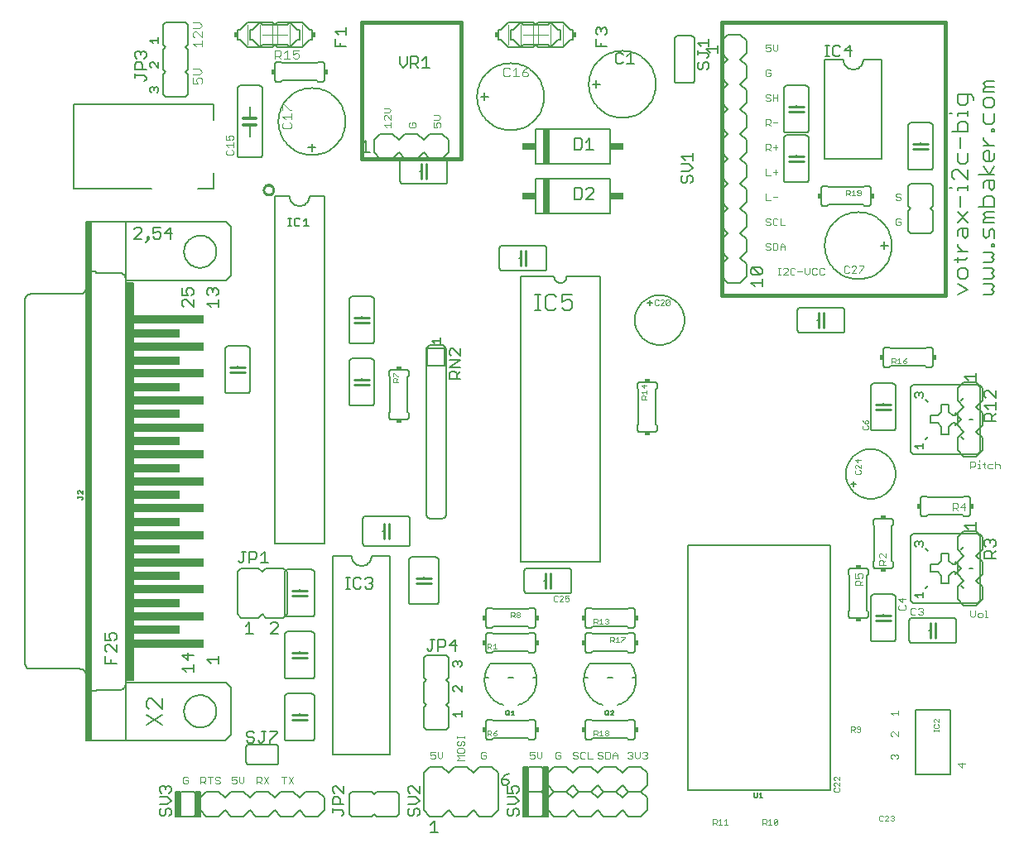
<source format=gto>
G75*
%MOIN*%
%OFA0B0*%
%FSLAX24Y24*%
%IPPOS*%
%LPD*%
%AMOC8*
5,1,8,0,0,1.08239X$1,22.5*
%
%ADD10C,0.0160*%
%ADD11C,0.0030*%
%ADD12C,0.0060*%
%ADD13C,0.0100*%
%ADD14C,0.0050*%
%ADD15R,0.0200X0.0150*%
%ADD16R,0.0150X0.0200*%
%ADD17C,0.0080*%
%ADD18R,0.0300X1.6000*%
%ADD19R,0.0200X2.0900*%
%ADD20R,0.2850X0.0320*%
%ADD21R,0.1850X0.0320*%
%ADD22C,0.0070*%
%ADD23R,0.0250X0.1400*%
%ADD24R,0.0550X0.0300*%
%ADD25C,0.0020*%
%ADD26R,0.0140X0.0240*%
%ADD27C,0.0040*%
%ADD28C,0.0120*%
D10*
X029863Y022180D02*
X029863Y033180D01*
X038863Y033180D01*
X038863Y022180D01*
X029863Y022180D01*
X019363Y027680D02*
X019363Y033180D01*
X015363Y033180D01*
X015363Y027680D01*
X019363Y027680D01*
D11*
X018500Y028945D02*
X018548Y028993D01*
X018548Y029090D01*
X018500Y029138D01*
X018403Y029138D01*
X018355Y029090D01*
X018355Y029042D01*
X018403Y028945D01*
X018258Y028945D01*
X018258Y029138D01*
X018258Y029240D02*
X018451Y029240D01*
X018548Y029336D01*
X018451Y029433D01*
X018258Y029433D01*
X017548Y029090D02*
X017500Y029138D01*
X017403Y029138D01*
X017403Y029042D01*
X017306Y029138D02*
X017258Y029090D01*
X017258Y028993D01*
X017306Y028945D01*
X017500Y028945D01*
X017548Y028993D01*
X017548Y029090D01*
X016548Y029042D02*
X016258Y029042D01*
X016355Y028945D01*
X016548Y028945D02*
X016548Y029138D01*
X016548Y029240D02*
X016355Y029433D01*
X016306Y029433D01*
X016258Y029385D01*
X016258Y029288D01*
X016306Y029240D01*
X016548Y029240D02*
X016548Y029433D01*
X016451Y029534D02*
X016258Y029534D01*
X016451Y029534D02*
X016548Y029631D01*
X016451Y029728D01*
X016258Y029728D01*
X010198Y028579D02*
X010198Y028483D01*
X010150Y028434D01*
X010053Y028434D02*
X010005Y028531D01*
X010005Y028579D01*
X010053Y028628D01*
X010150Y028628D01*
X010198Y028579D01*
X010053Y028434D02*
X009908Y028434D01*
X009908Y028628D01*
X009908Y028236D02*
X010198Y028236D01*
X010198Y028140D02*
X010198Y028333D01*
X010005Y028140D02*
X009908Y028236D01*
X009956Y028038D02*
X009908Y027990D01*
X009908Y027893D01*
X009956Y027845D01*
X010150Y027845D01*
X010198Y027893D01*
X010198Y027990D01*
X010150Y028038D01*
X008887Y030695D02*
X008948Y030757D01*
X008948Y030880D01*
X008887Y030942D01*
X008763Y030942D01*
X008701Y030880D01*
X008701Y030818D01*
X008763Y030695D01*
X008578Y030695D01*
X008578Y030942D01*
X008578Y031063D02*
X008825Y031063D01*
X008948Y031187D01*
X008825Y031310D01*
X008578Y031310D01*
X008701Y032195D02*
X008578Y032318D01*
X008948Y032318D01*
X008948Y032195D02*
X008948Y032442D01*
X008948Y032563D02*
X008701Y032810D01*
X008640Y032810D01*
X008578Y032748D01*
X008578Y032625D01*
X008640Y032563D01*
X008948Y032563D02*
X008948Y032810D01*
X008825Y032932D02*
X008578Y032932D01*
X008578Y033179D02*
X008825Y033179D01*
X008948Y033055D01*
X008825Y032932D01*
X031628Y032285D02*
X031628Y032140D01*
X031725Y032188D01*
X031773Y032188D01*
X031822Y032140D01*
X031822Y032043D01*
X031773Y031995D01*
X031677Y031995D01*
X031628Y032043D01*
X031628Y032285D02*
X031822Y032285D01*
X031923Y032285D02*
X031923Y032092D01*
X032020Y031995D01*
X032116Y032092D01*
X032116Y032285D01*
X031773Y031285D02*
X031677Y031285D01*
X031628Y031237D01*
X031628Y031043D01*
X031677Y030995D01*
X031773Y030995D01*
X031822Y031043D01*
X031822Y031140D01*
X031725Y031140D01*
X031822Y031237D02*
X031773Y031285D01*
X031773Y030285D02*
X031677Y030285D01*
X031628Y030237D01*
X031628Y030188D01*
X031677Y030140D01*
X031773Y030140D01*
X031822Y030092D01*
X031822Y030043D01*
X031773Y029995D01*
X031677Y029995D01*
X031628Y030043D01*
X031822Y030237D02*
X031773Y030285D01*
X031923Y030285D02*
X031923Y029995D01*
X031923Y030140D02*
X032116Y030140D01*
X032116Y030285D02*
X032116Y029995D01*
X031773Y029285D02*
X031822Y029237D01*
X031822Y029140D01*
X031773Y029092D01*
X031628Y029092D01*
X031725Y029092D02*
X031822Y028995D01*
X031923Y029140D02*
X032116Y029140D01*
X031773Y029285D02*
X031628Y029285D01*
X031628Y028995D01*
X031628Y028285D02*
X031773Y028285D01*
X031822Y028237D01*
X031822Y028140D01*
X031773Y028092D01*
X031628Y028092D01*
X031725Y028092D02*
X031822Y027995D01*
X031923Y028140D02*
X032116Y028140D01*
X032020Y028237D02*
X032020Y028043D01*
X031628Y027995D02*
X031628Y028285D01*
X031628Y027285D02*
X031628Y026995D01*
X031822Y026995D01*
X031923Y027140D02*
X032116Y027140D01*
X032020Y027237D02*
X032020Y027043D01*
X031628Y026285D02*
X031628Y025995D01*
X031822Y025995D01*
X031923Y026140D02*
X032116Y026140D01*
X032068Y025285D02*
X031971Y025285D01*
X031923Y025237D01*
X031923Y025043D01*
X031971Y024995D01*
X032068Y024995D01*
X032116Y025043D01*
X032218Y024995D02*
X032411Y024995D01*
X032218Y024995D02*
X032218Y025285D01*
X032116Y025237D02*
X032068Y025285D01*
X031822Y025237D02*
X031773Y025285D01*
X031677Y025285D01*
X031628Y025237D01*
X031628Y025188D01*
X031677Y025140D01*
X031773Y025140D01*
X031822Y025092D01*
X031822Y025043D01*
X031773Y024995D01*
X031677Y024995D01*
X031628Y025043D01*
X031677Y024285D02*
X031628Y024237D01*
X031628Y024188D01*
X031677Y024140D01*
X031773Y024140D01*
X031822Y024092D01*
X031822Y024043D01*
X031773Y023995D01*
X031677Y023995D01*
X031628Y024043D01*
X031677Y024285D02*
X031773Y024285D01*
X031822Y024237D01*
X031923Y024285D02*
X031923Y023995D01*
X032068Y023995D01*
X032116Y024043D01*
X032116Y024237D01*
X032068Y024285D01*
X031923Y024285D01*
X032218Y024188D02*
X032314Y024285D01*
X032411Y024188D01*
X032411Y023995D01*
X032411Y024140D02*
X032218Y024140D01*
X032218Y024188D02*
X032218Y023995D01*
X032225Y023285D02*
X032128Y023285D01*
X032177Y023285D02*
X032177Y022995D01*
X032225Y022995D02*
X032128Y022995D01*
X032325Y022995D02*
X032518Y023188D01*
X032518Y023237D01*
X032470Y023285D01*
X032373Y023285D01*
X032325Y023237D01*
X032325Y022995D02*
X032518Y022995D01*
X032619Y023043D02*
X032668Y022995D01*
X032764Y022995D01*
X032813Y023043D01*
X032914Y023140D02*
X033107Y023140D01*
X033209Y023092D02*
X033305Y022995D01*
X033402Y023092D01*
X033402Y023285D01*
X033503Y023237D02*
X033503Y023043D01*
X033552Y022995D01*
X033648Y022995D01*
X033697Y023043D01*
X033798Y023043D02*
X033846Y022995D01*
X033943Y022995D01*
X033991Y023043D01*
X033798Y023043D02*
X033798Y023237D01*
X033846Y023285D01*
X033943Y023285D01*
X033991Y023237D01*
X033697Y023237D02*
X033648Y023285D01*
X033552Y023285D01*
X033503Y023237D01*
X033209Y023285D02*
X033209Y023092D01*
X032813Y023237D02*
X032764Y023285D01*
X032668Y023285D01*
X032619Y023237D01*
X032619Y023043D01*
X034794Y023123D02*
X034843Y023075D01*
X034939Y023075D01*
X034988Y023123D01*
X035089Y023075D02*
X035282Y023268D01*
X035282Y023317D01*
X035234Y023365D01*
X035137Y023365D01*
X035089Y023317D01*
X034988Y023317D02*
X034939Y023365D01*
X034843Y023365D01*
X034794Y023317D01*
X034794Y023123D01*
X035089Y023075D02*
X035282Y023075D01*
X035384Y023075D02*
X035384Y023123D01*
X035577Y023317D01*
X035577Y023365D01*
X035384Y023365D01*
X036927Y024995D02*
X037023Y024995D01*
X037072Y025043D01*
X037072Y025140D01*
X036975Y025140D01*
X036878Y025237D02*
X036878Y025043D01*
X036927Y024995D01*
X036878Y025237D02*
X036927Y025285D01*
X037023Y025285D01*
X037072Y025237D01*
X037023Y025995D02*
X036927Y025995D01*
X036878Y026043D01*
X036927Y026140D02*
X037023Y026140D01*
X037072Y026092D01*
X037072Y026043D01*
X037023Y025995D01*
X036927Y026140D02*
X036878Y026188D01*
X036878Y026237D01*
X036927Y026285D01*
X037023Y026285D01*
X037072Y026237D01*
X039878Y015485D02*
X040023Y015485D01*
X040072Y015437D01*
X040072Y015340D01*
X040023Y015292D01*
X039878Y015292D01*
X039878Y015195D02*
X039878Y015485D01*
X040173Y015388D02*
X040221Y015388D01*
X040221Y015195D01*
X040173Y015195D02*
X040270Y015195D01*
X040418Y015243D02*
X040466Y015195D01*
X040418Y015243D02*
X040418Y015437D01*
X040466Y015388D02*
X040369Y015388D01*
X040221Y015485D02*
X040221Y015534D01*
X040566Y015340D02*
X040566Y015243D01*
X040614Y015195D01*
X040759Y015195D01*
X040860Y015195D02*
X040860Y015485D01*
X040909Y015388D02*
X040860Y015340D01*
X040909Y015388D02*
X041006Y015388D01*
X041054Y015340D01*
X041054Y015195D01*
X040759Y015388D02*
X040614Y015388D01*
X040566Y015340D01*
X039618Y013795D02*
X039473Y013650D01*
X039666Y013650D01*
X039618Y013505D02*
X039618Y013795D01*
X039372Y013747D02*
X039372Y013650D01*
X039323Y013602D01*
X039178Y013602D01*
X039275Y013602D02*
X039372Y013505D01*
X039178Y013505D02*
X039178Y013795D01*
X039323Y013795D01*
X039372Y013747D01*
X036478Y011794D02*
X036478Y011600D01*
X036285Y011794D01*
X036236Y011794D01*
X036188Y011745D01*
X036188Y011649D01*
X036236Y011600D01*
X036236Y011499D02*
X036333Y011499D01*
X036381Y011451D01*
X036381Y011306D01*
X036381Y011402D02*
X036478Y011499D01*
X036478Y011306D02*
X036188Y011306D01*
X036188Y011451D01*
X036236Y011499D01*
X035538Y010935D02*
X035538Y010838D01*
X035490Y010790D01*
X035393Y010790D02*
X035345Y010886D01*
X035345Y010935D01*
X035393Y010983D01*
X035490Y010983D01*
X035538Y010935D01*
X035393Y010790D02*
X035248Y010790D01*
X035248Y010983D01*
X035296Y010688D02*
X035248Y010640D01*
X035248Y010495D01*
X035538Y010495D01*
X035441Y010495D02*
X035441Y010640D01*
X035393Y010688D01*
X035296Y010688D01*
X035441Y010592D02*
X035538Y010688D01*
X036978Y009945D02*
X037123Y009800D01*
X037123Y009994D01*
X037268Y009945D02*
X036978Y009945D01*
X037026Y009699D02*
X036978Y009651D01*
X036978Y009554D01*
X037026Y009506D01*
X037220Y009506D01*
X037268Y009554D01*
X037268Y009651D01*
X037220Y009699D01*
X037478Y009537D02*
X037478Y009343D01*
X037527Y009295D01*
X037623Y009295D01*
X037672Y009343D01*
X037773Y009343D02*
X037821Y009295D01*
X037918Y009295D01*
X037966Y009343D01*
X037966Y009392D01*
X037918Y009440D01*
X037870Y009440D01*
X037918Y009440D02*
X037966Y009488D01*
X037966Y009537D01*
X037918Y009585D01*
X037821Y009585D01*
X037773Y009537D01*
X037672Y009537D02*
X037623Y009585D01*
X037527Y009585D01*
X037478Y009537D01*
X039878Y009485D02*
X039878Y009292D01*
X039975Y009195D01*
X040072Y009292D01*
X040072Y009485D01*
X040173Y009340D02*
X040173Y009243D01*
X040221Y009195D01*
X040318Y009195D01*
X040366Y009243D01*
X040366Y009340D01*
X040318Y009388D01*
X040221Y009388D01*
X040173Y009340D01*
X040468Y009195D02*
X040564Y009195D01*
X040516Y009195D02*
X040516Y009485D01*
X040468Y009485D01*
X026861Y003737D02*
X026861Y003688D01*
X026813Y003640D01*
X026861Y003592D01*
X026861Y003543D01*
X026813Y003495D01*
X026716Y003495D01*
X026668Y003543D01*
X026566Y003592D02*
X026566Y003785D01*
X026668Y003737D02*
X026716Y003785D01*
X026813Y003785D01*
X026861Y003737D01*
X026813Y003640D02*
X026764Y003640D01*
X026566Y003592D02*
X026470Y003495D01*
X026373Y003592D01*
X026373Y003785D01*
X026272Y003737D02*
X026272Y003688D01*
X026223Y003640D01*
X026272Y003592D01*
X026272Y003543D01*
X026223Y003495D01*
X026127Y003495D01*
X026078Y003543D01*
X026175Y003640D02*
X026223Y003640D01*
X026272Y003737D02*
X026223Y003785D01*
X026127Y003785D01*
X026078Y003737D01*
X025661Y003688D02*
X025661Y003495D01*
X025661Y003640D02*
X025468Y003640D01*
X025468Y003688D02*
X025564Y003785D01*
X025661Y003688D01*
X025468Y003688D02*
X025468Y003495D01*
X025366Y003543D02*
X025366Y003737D01*
X025318Y003785D01*
X025173Y003785D01*
X025173Y003495D01*
X025318Y003495D01*
X025366Y003543D01*
X025072Y003543D02*
X025023Y003495D01*
X024927Y003495D01*
X024878Y003543D01*
X024927Y003640D02*
X025023Y003640D01*
X025072Y003592D01*
X025072Y003543D01*
X024927Y003640D02*
X024878Y003688D01*
X024878Y003737D01*
X024927Y003785D01*
X025023Y003785D01*
X025072Y003737D01*
X024661Y003495D02*
X024468Y003495D01*
X024468Y003785D01*
X024366Y003737D02*
X024318Y003785D01*
X024221Y003785D01*
X024173Y003737D01*
X024173Y003543D01*
X024221Y003495D01*
X024318Y003495D01*
X024366Y003543D01*
X024072Y003543D02*
X024023Y003495D01*
X023927Y003495D01*
X023878Y003543D01*
X023927Y003640D02*
X024023Y003640D01*
X024072Y003592D01*
X024072Y003543D01*
X023927Y003640D02*
X023878Y003688D01*
X023878Y003737D01*
X023927Y003785D01*
X024023Y003785D01*
X024072Y003737D01*
X023372Y003737D02*
X023323Y003785D01*
X023227Y003785D01*
X023178Y003737D01*
X023178Y003543D01*
X023227Y003495D01*
X023323Y003495D01*
X023372Y003543D01*
X023372Y003640D01*
X023275Y003640D01*
X022616Y003592D02*
X022616Y003785D01*
X022423Y003785D02*
X022423Y003592D01*
X022520Y003495D01*
X022616Y003592D01*
X022322Y003640D02*
X022322Y003543D01*
X022273Y003495D01*
X022177Y003495D01*
X022128Y003543D01*
X022128Y003640D02*
X022225Y003688D01*
X022273Y003688D01*
X022322Y003640D01*
X022322Y003785D02*
X022128Y003785D01*
X022128Y003640D01*
X020372Y003640D02*
X020275Y003640D01*
X020372Y003640D02*
X020372Y003543D01*
X020323Y003495D01*
X020227Y003495D01*
X020178Y003543D01*
X020178Y003737D01*
X020227Y003785D01*
X020323Y003785D01*
X020372Y003737D01*
X019498Y003788D02*
X019498Y003885D01*
X019450Y003933D01*
X019256Y003933D01*
X019208Y003885D01*
X019208Y003788D01*
X019256Y003740D01*
X019450Y003740D01*
X019498Y003788D01*
X019498Y003638D02*
X019208Y003638D01*
X019305Y003542D01*
X019208Y003445D01*
X019498Y003445D01*
X019450Y004034D02*
X019498Y004083D01*
X019498Y004179D01*
X019450Y004228D01*
X019401Y004228D01*
X019353Y004179D01*
X019353Y004083D01*
X019305Y004034D01*
X019256Y004034D01*
X019208Y004083D01*
X019208Y004179D01*
X019256Y004228D01*
X019208Y004329D02*
X019208Y004426D01*
X019208Y004377D02*
X019498Y004377D01*
X019498Y004329D02*
X019498Y004426D01*
X018616Y003785D02*
X018616Y003592D01*
X018520Y003495D01*
X018423Y003592D01*
X018423Y003785D01*
X018322Y003785D02*
X018128Y003785D01*
X018128Y003640D01*
X018225Y003688D01*
X018273Y003688D01*
X018322Y003640D01*
X018322Y003543D01*
X018273Y003495D01*
X018177Y003495D01*
X018128Y003543D01*
X012616Y002785D02*
X012423Y002495D01*
X012616Y002495D02*
X012423Y002785D01*
X012322Y002785D02*
X012128Y002785D01*
X012225Y002785D02*
X012225Y002495D01*
X011616Y002495D02*
X011423Y002785D01*
X011322Y002737D02*
X011322Y002640D01*
X011273Y002592D01*
X011128Y002592D01*
X011225Y002592D02*
X011322Y002495D01*
X011423Y002495D02*
X011616Y002785D01*
X011322Y002737D02*
X011273Y002785D01*
X011128Y002785D01*
X011128Y002495D01*
X010616Y002592D02*
X010616Y002785D01*
X010423Y002785D02*
X010423Y002592D01*
X010520Y002495D01*
X010616Y002592D01*
X010322Y002640D02*
X010322Y002543D01*
X010273Y002495D01*
X010177Y002495D01*
X010128Y002543D01*
X010128Y002640D02*
X010225Y002688D01*
X010273Y002688D01*
X010322Y002640D01*
X010322Y002785D02*
X010128Y002785D01*
X010128Y002640D01*
X009661Y002592D02*
X009661Y002543D01*
X009613Y002495D01*
X009516Y002495D01*
X009468Y002543D01*
X009516Y002640D02*
X009468Y002688D01*
X009468Y002737D01*
X009516Y002785D01*
X009613Y002785D01*
X009661Y002737D01*
X009613Y002640D02*
X009661Y002592D01*
X009613Y002640D02*
X009516Y002640D01*
X009366Y002785D02*
X009173Y002785D01*
X009270Y002785D02*
X009270Y002495D01*
X009072Y002495D02*
X008975Y002592D01*
X009023Y002592D02*
X008878Y002592D01*
X008878Y002495D02*
X008878Y002785D01*
X009023Y002785D01*
X009072Y002737D01*
X009072Y002640D01*
X009023Y002592D01*
X008372Y002640D02*
X008275Y002640D01*
X008372Y002640D02*
X008372Y002543D01*
X008323Y002495D01*
X008227Y002495D01*
X008178Y002543D01*
X008178Y002737D01*
X008227Y002785D01*
X008323Y002785D01*
X008372Y002737D01*
D12*
X004263Y004230D02*
X004263Y007280D01*
X004263Y022080D01*
X004263Y025130D01*
X004463Y025130D01*
X004463Y024130D01*
X004463Y023130D01*
X004663Y023130D01*
X004663Y023080D01*
X005613Y023080D01*
X005643Y023078D01*
X005673Y023073D01*
X005702Y023064D01*
X005729Y023051D01*
X005755Y023036D01*
X005779Y023017D01*
X005800Y022996D01*
X005819Y022972D01*
X005834Y022946D01*
X005847Y022919D01*
X005856Y022890D01*
X005861Y022860D01*
X005863Y022830D01*
X005863Y022780D02*
X009913Y022780D01*
X010113Y022980D01*
X010113Y024930D01*
X009913Y025130D01*
X005913Y025130D01*
X005863Y025130D01*
X005863Y023130D01*
X005863Y022780D01*
X005863Y022680D01*
X006163Y022680D01*
X006163Y006680D01*
X005863Y006680D01*
X005863Y022680D01*
X004463Y023130D02*
X004463Y006230D01*
X004663Y006230D01*
X004663Y006280D01*
X005613Y006280D01*
X005643Y006282D01*
X005673Y006287D01*
X005702Y006296D01*
X005729Y006309D01*
X005755Y006324D01*
X005779Y006343D01*
X005800Y006364D01*
X005819Y006388D01*
X005834Y006414D01*
X005847Y006441D01*
X005856Y006470D01*
X005861Y006500D01*
X005863Y006530D01*
X005863Y006580D02*
X009913Y006580D01*
X010113Y006380D01*
X010113Y004480D01*
X009863Y004230D01*
X005913Y004230D01*
X005863Y004230D01*
X004663Y004230D01*
X004463Y004230D01*
X004463Y005230D01*
X004463Y006230D01*
X004263Y006880D02*
X004261Y006910D01*
X004256Y006940D01*
X004247Y006969D01*
X004234Y006996D01*
X004219Y007022D01*
X004200Y007046D01*
X004179Y007067D01*
X004155Y007086D01*
X004129Y007101D01*
X004102Y007114D01*
X004073Y007123D01*
X004043Y007128D01*
X004013Y007130D01*
X002013Y007130D01*
X001987Y007132D01*
X001961Y007137D01*
X001936Y007145D01*
X001913Y007157D01*
X001891Y007171D01*
X001872Y007189D01*
X001854Y007208D01*
X001840Y007230D01*
X001828Y007253D01*
X001820Y007278D01*
X001815Y007304D01*
X001813Y007330D01*
X001813Y007430D01*
X001813Y021930D01*
X001813Y022030D01*
X001815Y022056D01*
X001820Y022082D01*
X001828Y022107D01*
X001840Y022130D01*
X001854Y022152D01*
X001872Y022171D01*
X001891Y022189D01*
X001913Y022203D01*
X001936Y022215D01*
X001961Y022223D01*
X001987Y022228D01*
X002013Y022230D01*
X004013Y022230D01*
X004043Y022232D01*
X004073Y022237D01*
X004102Y022246D01*
X004129Y022259D01*
X004155Y022274D01*
X004179Y022293D01*
X004200Y022314D01*
X004219Y022338D01*
X004234Y022364D01*
X004247Y022391D01*
X004256Y022420D01*
X004261Y022450D01*
X004263Y022480D01*
X004463Y025130D02*
X004663Y025130D01*
X005863Y025130D01*
X008213Y023940D02*
X008215Y023990D01*
X008221Y024040D01*
X008231Y024090D01*
X008244Y024138D01*
X008261Y024186D01*
X008282Y024232D01*
X008306Y024276D01*
X008334Y024318D01*
X008365Y024358D01*
X008399Y024395D01*
X008436Y024430D01*
X008475Y024461D01*
X008516Y024490D01*
X008560Y024515D01*
X008606Y024537D01*
X008653Y024555D01*
X008701Y024569D01*
X008750Y024580D01*
X008800Y024587D01*
X008850Y024590D01*
X008901Y024589D01*
X008951Y024584D01*
X009001Y024575D01*
X009049Y024563D01*
X009097Y024546D01*
X009143Y024526D01*
X009188Y024503D01*
X009231Y024476D01*
X009271Y024446D01*
X009309Y024413D01*
X009344Y024377D01*
X009377Y024338D01*
X009406Y024297D01*
X009432Y024254D01*
X009455Y024209D01*
X009474Y024162D01*
X009489Y024114D01*
X009501Y024065D01*
X009509Y024015D01*
X009513Y023965D01*
X009513Y023915D01*
X009509Y023865D01*
X009501Y023815D01*
X009489Y023766D01*
X009474Y023718D01*
X009455Y023671D01*
X009432Y023626D01*
X009406Y023583D01*
X009377Y023542D01*
X009344Y023503D01*
X009309Y023467D01*
X009271Y023434D01*
X009231Y023404D01*
X009188Y023377D01*
X009143Y023354D01*
X009097Y023334D01*
X009049Y023317D01*
X009001Y023305D01*
X008951Y023296D01*
X008901Y023291D01*
X008850Y023290D01*
X008800Y023293D01*
X008750Y023300D01*
X008701Y023311D01*
X008653Y023325D01*
X008606Y023343D01*
X008560Y023365D01*
X008516Y023390D01*
X008475Y023419D01*
X008436Y023450D01*
X008399Y023485D01*
X008365Y023522D01*
X008334Y023562D01*
X008306Y023604D01*
X008282Y023648D01*
X008261Y023694D01*
X008244Y023742D01*
X008231Y023790D01*
X008221Y023840D01*
X008215Y023890D01*
X008213Y023940D01*
X009963Y020130D02*
X010763Y020130D01*
X010780Y020128D01*
X010797Y020124D01*
X010813Y020117D01*
X010827Y020107D01*
X010840Y020094D01*
X010850Y020080D01*
X010857Y020064D01*
X010861Y020047D01*
X010863Y020030D01*
X010863Y018330D01*
X010861Y018313D01*
X010857Y018296D01*
X010850Y018280D01*
X010840Y018266D01*
X010827Y018253D01*
X010813Y018243D01*
X010797Y018236D01*
X010780Y018232D01*
X010763Y018230D01*
X009963Y018230D01*
X009946Y018232D01*
X009929Y018236D01*
X009913Y018243D01*
X009899Y018253D01*
X009886Y018266D01*
X009876Y018280D01*
X009869Y018296D01*
X009865Y018313D01*
X009863Y018330D01*
X009863Y020030D01*
X009865Y020047D01*
X009869Y020064D01*
X009876Y020080D01*
X009886Y020094D01*
X009899Y020107D01*
X009913Y020117D01*
X009929Y020124D01*
X009946Y020128D01*
X009963Y020130D01*
X010363Y019330D02*
X010363Y019280D01*
X010363Y019080D02*
X010363Y019030D01*
X014863Y019530D02*
X014863Y017830D01*
X014865Y017813D01*
X014869Y017796D01*
X014876Y017780D01*
X014886Y017766D01*
X014899Y017753D01*
X014913Y017743D01*
X014929Y017736D01*
X014946Y017732D01*
X014963Y017730D01*
X015763Y017730D01*
X015780Y017732D01*
X015797Y017736D01*
X015813Y017743D01*
X015827Y017753D01*
X015840Y017766D01*
X015850Y017780D01*
X015857Y017796D01*
X015861Y017813D01*
X015863Y017830D01*
X015863Y019530D01*
X015861Y019547D01*
X015857Y019564D01*
X015850Y019580D01*
X015840Y019594D01*
X015827Y019607D01*
X015813Y019617D01*
X015797Y019624D01*
X015780Y019628D01*
X015763Y019630D01*
X014963Y019630D01*
X014946Y019628D01*
X014929Y019624D01*
X014913Y019617D01*
X014899Y019607D01*
X014886Y019594D01*
X014876Y019580D01*
X014869Y019564D01*
X014865Y019547D01*
X014863Y019530D01*
X014963Y020230D02*
X015763Y020230D01*
X015780Y020232D01*
X015797Y020236D01*
X015813Y020243D01*
X015827Y020253D01*
X015840Y020266D01*
X015850Y020280D01*
X015857Y020296D01*
X015861Y020313D01*
X015863Y020330D01*
X015863Y022030D01*
X015861Y022047D01*
X015857Y022064D01*
X015850Y022080D01*
X015840Y022094D01*
X015827Y022107D01*
X015813Y022117D01*
X015797Y022124D01*
X015780Y022128D01*
X015763Y022130D01*
X014963Y022130D01*
X014946Y022128D01*
X014929Y022124D01*
X014913Y022117D01*
X014899Y022107D01*
X014886Y022094D01*
X014876Y022080D01*
X014869Y022064D01*
X014865Y022047D01*
X014863Y022030D01*
X014863Y020330D01*
X014865Y020313D01*
X014869Y020296D01*
X014876Y020280D01*
X014886Y020266D01*
X014899Y020253D01*
X014913Y020243D01*
X014929Y020236D01*
X014946Y020232D01*
X014963Y020230D01*
X015363Y021030D02*
X015363Y021080D01*
X015363Y021280D02*
X015363Y021330D01*
X016563Y019180D02*
X017163Y019180D01*
X017180Y019178D01*
X017197Y019174D01*
X017213Y019167D01*
X017227Y019157D01*
X017240Y019144D01*
X017250Y019130D01*
X017257Y019114D01*
X017261Y019097D01*
X017263Y019080D01*
X017263Y018930D01*
X017213Y018880D01*
X017213Y017480D01*
X017263Y017430D01*
X017263Y017280D01*
X017261Y017263D01*
X017257Y017246D01*
X017250Y017230D01*
X017240Y017216D01*
X017227Y017203D01*
X017213Y017193D01*
X017197Y017186D01*
X017180Y017182D01*
X017163Y017180D01*
X016563Y017180D01*
X016546Y017182D01*
X016529Y017186D01*
X016513Y017193D01*
X016499Y017203D01*
X016486Y017216D01*
X016476Y017230D01*
X016469Y017246D01*
X016465Y017263D01*
X016463Y017280D01*
X016463Y017430D01*
X016513Y017480D01*
X016513Y018880D01*
X016463Y018930D01*
X016463Y019080D01*
X016465Y019097D01*
X016469Y019114D01*
X016476Y019130D01*
X016486Y019144D01*
X016499Y019157D01*
X016513Y019167D01*
X016529Y019174D01*
X016546Y019178D01*
X016563Y019180D01*
X015363Y018830D02*
X015363Y018780D01*
X015363Y018580D02*
X015363Y018530D01*
X018013Y019330D02*
X018013Y020030D01*
X018713Y020030D01*
X018713Y019330D01*
X018013Y019330D01*
X017963Y019980D02*
X017963Y013380D01*
X017965Y013354D01*
X017970Y013328D01*
X017978Y013303D01*
X017990Y013280D01*
X018004Y013258D01*
X018022Y013239D01*
X018041Y013221D01*
X018063Y013207D01*
X018086Y013195D01*
X018111Y013187D01*
X018137Y013182D01*
X018163Y013180D01*
X018563Y013180D01*
X018589Y013182D01*
X018615Y013187D01*
X018640Y013195D01*
X018663Y013207D01*
X018685Y013221D01*
X018704Y013239D01*
X018722Y013258D01*
X018736Y013280D01*
X018748Y013303D01*
X018756Y013328D01*
X018761Y013354D01*
X018763Y013380D01*
X018763Y019980D01*
X018761Y020006D01*
X018756Y020032D01*
X018748Y020057D01*
X018736Y020080D01*
X018722Y020102D01*
X018704Y020121D01*
X018685Y020139D01*
X018663Y020153D01*
X018640Y020165D01*
X018615Y020173D01*
X018589Y020178D01*
X018563Y020180D01*
X018163Y020180D01*
X018137Y020178D01*
X018111Y020173D01*
X018086Y020165D01*
X018063Y020153D01*
X018041Y020139D01*
X018022Y020121D01*
X018004Y020102D01*
X017990Y020080D01*
X017978Y020057D01*
X017970Y020032D01*
X017965Y020006D01*
X017963Y019980D01*
X021013Y023180D02*
X022713Y023180D01*
X022730Y023182D01*
X022747Y023186D01*
X022763Y023193D01*
X022777Y023203D01*
X022790Y023216D01*
X022800Y023230D01*
X022807Y023246D01*
X022811Y023263D01*
X022813Y023280D01*
X022813Y024080D01*
X022811Y024097D01*
X022807Y024114D01*
X022800Y024130D01*
X022790Y024144D01*
X022777Y024157D01*
X022763Y024167D01*
X022747Y024174D01*
X022730Y024178D01*
X022713Y024180D01*
X021013Y024180D01*
X020996Y024178D01*
X020979Y024174D01*
X020963Y024167D01*
X020949Y024157D01*
X020936Y024144D01*
X020926Y024130D01*
X020919Y024114D01*
X020915Y024097D01*
X020913Y024080D01*
X020913Y023280D01*
X020915Y023263D01*
X020919Y023246D01*
X020926Y023230D01*
X020936Y023216D01*
X020949Y023203D01*
X020963Y023193D01*
X020979Y023186D01*
X020996Y023182D01*
X021013Y023180D01*
X021763Y022930D02*
X021763Y011430D01*
X024963Y011430D01*
X024963Y022930D01*
X023613Y022930D01*
X023611Y022900D01*
X023606Y022870D01*
X023597Y022841D01*
X023584Y022814D01*
X023569Y022788D01*
X023550Y022764D01*
X023529Y022743D01*
X023505Y022724D01*
X023479Y022709D01*
X023452Y022696D01*
X023423Y022687D01*
X023393Y022682D01*
X023363Y022680D01*
X023333Y022682D01*
X023303Y022687D01*
X023274Y022696D01*
X023247Y022709D01*
X023221Y022724D01*
X023197Y022743D01*
X023176Y022764D01*
X023157Y022788D01*
X023142Y022814D01*
X023129Y022841D01*
X023120Y022870D01*
X023115Y022900D01*
X023113Y022930D01*
X021763Y022930D01*
X021763Y023680D02*
X021713Y023680D01*
X021963Y023680D02*
X022013Y023680D01*
X022363Y025480D02*
X022363Y026880D01*
X025363Y026880D01*
X025363Y025480D01*
X022363Y025480D01*
X022363Y027480D02*
X022363Y028880D01*
X025363Y028880D01*
X025363Y027480D01*
X022363Y027480D01*
X020313Y030030D02*
X020313Y030330D01*
X020163Y030180D02*
X020463Y030180D01*
X020013Y030180D02*
X020015Y030253D01*
X020021Y030326D01*
X020031Y030398D01*
X020045Y030470D01*
X020062Y030541D01*
X020084Y030611D01*
X020109Y030680D01*
X020138Y030747D01*
X020170Y030812D01*
X020206Y030876D01*
X020246Y030938D01*
X020288Y030997D01*
X020334Y031054D01*
X020383Y031108D01*
X020435Y031160D01*
X020489Y031209D01*
X020546Y031255D01*
X020605Y031297D01*
X020667Y031337D01*
X020731Y031373D01*
X020796Y031405D01*
X020863Y031434D01*
X020932Y031459D01*
X021002Y031481D01*
X021073Y031498D01*
X021145Y031512D01*
X021217Y031522D01*
X021290Y031528D01*
X021363Y031530D01*
X021436Y031528D01*
X021509Y031522D01*
X021581Y031512D01*
X021653Y031498D01*
X021724Y031481D01*
X021794Y031459D01*
X021863Y031434D01*
X021930Y031405D01*
X021995Y031373D01*
X022059Y031337D01*
X022121Y031297D01*
X022180Y031255D01*
X022237Y031209D01*
X022291Y031160D01*
X022343Y031108D01*
X022392Y031054D01*
X022438Y030997D01*
X022480Y030938D01*
X022520Y030876D01*
X022556Y030812D01*
X022588Y030747D01*
X022617Y030680D01*
X022642Y030611D01*
X022664Y030541D01*
X022681Y030470D01*
X022695Y030398D01*
X022705Y030326D01*
X022711Y030253D01*
X022713Y030180D01*
X022711Y030107D01*
X022705Y030034D01*
X022695Y029962D01*
X022681Y029890D01*
X022664Y029819D01*
X022642Y029749D01*
X022617Y029680D01*
X022588Y029613D01*
X022556Y029548D01*
X022520Y029484D01*
X022480Y029422D01*
X022438Y029363D01*
X022392Y029306D01*
X022343Y029252D01*
X022291Y029200D01*
X022237Y029151D01*
X022180Y029105D01*
X022121Y029063D01*
X022059Y029023D01*
X021995Y028987D01*
X021930Y028955D01*
X021863Y028926D01*
X021794Y028901D01*
X021724Y028879D01*
X021653Y028862D01*
X021581Y028848D01*
X021509Y028838D01*
X021436Y028832D01*
X021363Y028830D01*
X021290Y028832D01*
X021217Y028838D01*
X021145Y028848D01*
X021073Y028862D01*
X021002Y028879D01*
X020932Y028901D01*
X020863Y028926D01*
X020796Y028955D01*
X020731Y028987D01*
X020667Y029023D01*
X020605Y029063D01*
X020546Y029105D01*
X020489Y029151D01*
X020435Y029200D01*
X020383Y029252D01*
X020334Y029306D01*
X020288Y029363D01*
X020246Y029422D01*
X020206Y029484D01*
X020170Y029548D01*
X020138Y029613D01*
X020109Y029680D01*
X020084Y029749D01*
X020062Y029819D01*
X020045Y029890D01*
X020031Y029962D01*
X020021Y030034D01*
X020015Y030107D01*
X020013Y030180D01*
X018613Y028680D02*
X018113Y028680D01*
X017863Y028430D01*
X017613Y028680D01*
X017113Y028680D01*
X016863Y028430D01*
X016613Y028680D01*
X016113Y028680D01*
X015863Y028430D01*
X015863Y027930D01*
X016113Y027680D01*
X016613Y027680D01*
X016863Y027930D01*
X017113Y027680D01*
X017613Y027680D01*
X017863Y027930D01*
X018113Y027680D01*
X018613Y027680D01*
X018863Y027930D01*
X018863Y028430D01*
X018613Y028680D01*
X018713Y027680D02*
X017013Y027680D01*
X016996Y027678D01*
X016979Y027674D01*
X016963Y027667D01*
X016949Y027657D01*
X016936Y027644D01*
X016926Y027630D01*
X016919Y027614D01*
X016915Y027597D01*
X016913Y027580D01*
X016913Y026780D01*
X016915Y026763D01*
X016919Y026746D01*
X016926Y026730D01*
X016936Y026716D01*
X016949Y026703D01*
X016963Y026693D01*
X016979Y026686D01*
X016996Y026682D01*
X017013Y026680D01*
X018713Y026680D01*
X018730Y026682D01*
X018747Y026686D01*
X018763Y026693D01*
X018777Y026703D01*
X018790Y026716D01*
X018800Y026730D01*
X018807Y026746D01*
X018811Y026763D01*
X018813Y026780D01*
X018813Y027580D01*
X018811Y027597D01*
X018807Y027614D01*
X018800Y027630D01*
X018790Y027644D01*
X018777Y027657D01*
X018763Y027667D01*
X018747Y027674D01*
X018730Y027678D01*
X018713Y027680D01*
X018013Y027180D02*
X017963Y027180D01*
X017763Y027180D02*
X017713Y027180D01*
X013513Y028130D02*
X013213Y028130D01*
X013363Y027980D02*
X013363Y028280D01*
X012013Y029180D02*
X012015Y029253D01*
X012021Y029326D01*
X012031Y029398D01*
X012045Y029470D01*
X012062Y029541D01*
X012084Y029611D01*
X012109Y029680D01*
X012138Y029747D01*
X012170Y029812D01*
X012206Y029876D01*
X012246Y029938D01*
X012288Y029997D01*
X012334Y030054D01*
X012383Y030108D01*
X012435Y030160D01*
X012489Y030209D01*
X012546Y030255D01*
X012605Y030297D01*
X012667Y030337D01*
X012731Y030373D01*
X012796Y030405D01*
X012863Y030434D01*
X012932Y030459D01*
X013002Y030481D01*
X013073Y030498D01*
X013145Y030512D01*
X013217Y030522D01*
X013290Y030528D01*
X013363Y030530D01*
X013436Y030528D01*
X013509Y030522D01*
X013581Y030512D01*
X013653Y030498D01*
X013724Y030481D01*
X013794Y030459D01*
X013863Y030434D01*
X013930Y030405D01*
X013995Y030373D01*
X014059Y030337D01*
X014121Y030297D01*
X014180Y030255D01*
X014237Y030209D01*
X014291Y030160D01*
X014343Y030108D01*
X014392Y030054D01*
X014438Y029997D01*
X014480Y029938D01*
X014520Y029876D01*
X014556Y029812D01*
X014588Y029747D01*
X014617Y029680D01*
X014642Y029611D01*
X014664Y029541D01*
X014681Y029470D01*
X014695Y029398D01*
X014705Y029326D01*
X014711Y029253D01*
X014713Y029180D01*
X014711Y029107D01*
X014705Y029034D01*
X014695Y028962D01*
X014681Y028890D01*
X014664Y028819D01*
X014642Y028749D01*
X014617Y028680D01*
X014588Y028613D01*
X014556Y028548D01*
X014520Y028484D01*
X014480Y028422D01*
X014438Y028363D01*
X014392Y028306D01*
X014343Y028252D01*
X014291Y028200D01*
X014237Y028151D01*
X014180Y028105D01*
X014121Y028063D01*
X014059Y028023D01*
X013995Y027987D01*
X013930Y027955D01*
X013863Y027926D01*
X013794Y027901D01*
X013724Y027879D01*
X013653Y027862D01*
X013581Y027848D01*
X013509Y027838D01*
X013436Y027832D01*
X013363Y027830D01*
X013290Y027832D01*
X013217Y027838D01*
X013145Y027848D01*
X013073Y027862D01*
X013002Y027879D01*
X012932Y027901D01*
X012863Y027926D01*
X012796Y027955D01*
X012731Y027987D01*
X012667Y028023D01*
X012605Y028063D01*
X012546Y028105D01*
X012489Y028151D01*
X012435Y028200D01*
X012383Y028252D01*
X012334Y028306D01*
X012288Y028363D01*
X012246Y028422D01*
X012206Y028484D01*
X012170Y028548D01*
X012138Y028613D01*
X012109Y028680D01*
X012084Y028749D01*
X012062Y028819D01*
X012045Y028890D01*
X012031Y028962D01*
X012021Y029034D01*
X012015Y029107D01*
X012013Y029180D01*
X010863Y029060D02*
X010863Y028580D01*
X010863Y029310D02*
X010863Y029780D01*
X010363Y030530D02*
X010365Y030547D01*
X010369Y030564D01*
X010376Y030580D01*
X010386Y030594D01*
X010399Y030607D01*
X010413Y030617D01*
X010429Y030624D01*
X010446Y030628D01*
X010463Y030630D01*
X011263Y030630D01*
X011280Y030628D01*
X011297Y030624D01*
X011313Y030617D01*
X011327Y030607D01*
X011340Y030594D01*
X011350Y030580D01*
X011357Y030564D01*
X011361Y030547D01*
X011363Y030530D01*
X011363Y027830D01*
X011361Y027813D01*
X011357Y027796D01*
X011350Y027780D01*
X011340Y027766D01*
X011327Y027753D01*
X011313Y027743D01*
X011297Y027736D01*
X011280Y027732D01*
X011263Y027730D01*
X010463Y027730D01*
X010446Y027732D01*
X010429Y027736D01*
X010413Y027743D01*
X010399Y027753D01*
X010386Y027766D01*
X010376Y027780D01*
X010369Y027796D01*
X010365Y027813D01*
X010363Y027830D01*
X010363Y030530D01*
X011863Y030880D02*
X011863Y031480D01*
X011865Y031497D01*
X011869Y031514D01*
X011876Y031530D01*
X011886Y031544D01*
X011899Y031557D01*
X011913Y031567D01*
X011929Y031574D01*
X011946Y031578D01*
X011963Y031580D01*
X012113Y031580D01*
X012163Y031530D01*
X013563Y031530D01*
X013613Y031580D01*
X013763Y031580D01*
X013780Y031578D01*
X013797Y031574D01*
X013813Y031567D01*
X013827Y031557D01*
X013840Y031544D01*
X013850Y031530D01*
X013857Y031514D01*
X013861Y031497D01*
X013863Y031480D01*
X013863Y030880D01*
X013861Y030863D01*
X013857Y030846D01*
X013850Y030830D01*
X013840Y030816D01*
X013827Y030803D01*
X013813Y030793D01*
X013797Y030786D01*
X013780Y030782D01*
X013763Y030780D01*
X013613Y030780D01*
X013563Y030830D01*
X012163Y030830D01*
X012113Y030780D01*
X011963Y030780D01*
X011946Y030782D01*
X011929Y030786D01*
X011913Y030793D01*
X011899Y030803D01*
X011886Y030816D01*
X011876Y030830D01*
X011869Y030846D01*
X011865Y030863D01*
X011863Y030880D01*
X011763Y032180D02*
X011263Y032180D01*
X011363Y032280D01*
X012363Y032280D01*
X012463Y032180D01*
X012963Y032180D01*
X013263Y032480D01*
X013363Y032480D01*
X013363Y032880D01*
X013263Y032880D01*
X012963Y033180D01*
X012463Y033180D01*
X012363Y033080D01*
X011363Y033080D01*
X011263Y033180D01*
X010763Y033180D01*
X010463Y032880D01*
X010363Y032880D01*
X010363Y032480D01*
X010463Y032480D01*
X010763Y032180D01*
X011263Y032180D01*
X010963Y032480D01*
X010863Y032480D01*
X010863Y032880D01*
X010963Y032880D01*
X011263Y033180D01*
X011763Y033180D01*
X011863Y033080D01*
X011963Y033180D01*
X012463Y033180D01*
X012763Y032880D01*
X012863Y032880D01*
X012863Y032480D01*
X012763Y032480D01*
X012463Y032180D01*
X011963Y032180D01*
X011863Y032280D01*
X011763Y032180D01*
X008363Y032080D02*
X008363Y031280D01*
X008263Y031180D01*
X008363Y031080D01*
X008363Y030280D01*
X008263Y030180D01*
X007463Y030180D01*
X007363Y030280D01*
X007363Y031080D01*
X007463Y031180D01*
X007363Y031280D01*
X007363Y032080D01*
X007463Y032180D01*
X007363Y032280D01*
X007363Y033080D01*
X007463Y033180D01*
X008263Y033180D01*
X008363Y033080D01*
X008363Y032280D01*
X008263Y032180D01*
X008363Y032080D01*
X020863Y032480D02*
X020963Y032480D01*
X021263Y032180D01*
X021763Y032180D01*
X021863Y032280D01*
X022863Y032280D01*
X022963Y032180D01*
X023463Y032180D01*
X023763Y032480D01*
X023863Y032480D01*
X023863Y032880D01*
X023763Y032880D01*
X023463Y033180D01*
X022963Y033180D01*
X022863Y033080D01*
X021863Y033080D01*
X021763Y033180D01*
X021263Y033180D01*
X020963Y032880D01*
X020863Y032880D01*
X020863Y032480D01*
X021363Y032480D02*
X021463Y032480D01*
X021763Y032180D01*
X022263Y032180D01*
X022363Y032280D01*
X022463Y032180D01*
X022963Y032180D01*
X023263Y032480D01*
X023363Y032480D01*
X023363Y032880D01*
X023263Y032880D01*
X022963Y033180D01*
X022463Y033180D01*
X022363Y033080D01*
X022263Y033180D01*
X021763Y033180D01*
X021463Y032880D01*
X021363Y032880D01*
X021363Y032480D01*
X024663Y030680D02*
X024963Y030680D01*
X024813Y030530D02*
X024813Y030830D01*
X024513Y030680D02*
X024515Y030753D01*
X024521Y030826D01*
X024531Y030898D01*
X024545Y030970D01*
X024562Y031041D01*
X024584Y031111D01*
X024609Y031180D01*
X024638Y031247D01*
X024670Y031312D01*
X024706Y031376D01*
X024746Y031438D01*
X024788Y031497D01*
X024834Y031554D01*
X024883Y031608D01*
X024935Y031660D01*
X024989Y031709D01*
X025046Y031755D01*
X025105Y031797D01*
X025167Y031837D01*
X025231Y031873D01*
X025296Y031905D01*
X025363Y031934D01*
X025432Y031959D01*
X025502Y031981D01*
X025573Y031998D01*
X025645Y032012D01*
X025717Y032022D01*
X025790Y032028D01*
X025863Y032030D01*
X025936Y032028D01*
X026009Y032022D01*
X026081Y032012D01*
X026153Y031998D01*
X026224Y031981D01*
X026294Y031959D01*
X026363Y031934D01*
X026430Y031905D01*
X026495Y031873D01*
X026559Y031837D01*
X026621Y031797D01*
X026680Y031755D01*
X026737Y031709D01*
X026791Y031660D01*
X026843Y031608D01*
X026892Y031554D01*
X026938Y031497D01*
X026980Y031438D01*
X027020Y031376D01*
X027056Y031312D01*
X027088Y031247D01*
X027117Y031180D01*
X027142Y031111D01*
X027164Y031041D01*
X027181Y030970D01*
X027195Y030898D01*
X027205Y030826D01*
X027211Y030753D01*
X027213Y030680D01*
X027211Y030607D01*
X027205Y030534D01*
X027195Y030462D01*
X027181Y030390D01*
X027164Y030319D01*
X027142Y030249D01*
X027117Y030180D01*
X027088Y030113D01*
X027056Y030048D01*
X027020Y029984D01*
X026980Y029922D01*
X026938Y029863D01*
X026892Y029806D01*
X026843Y029752D01*
X026791Y029700D01*
X026737Y029651D01*
X026680Y029605D01*
X026621Y029563D01*
X026559Y029523D01*
X026495Y029487D01*
X026430Y029455D01*
X026363Y029426D01*
X026294Y029401D01*
X026224Y029379D01*
X026153Y029362D01*
X026081Y029348D01*
X026009Y029338D01*
X025936Y029332D01*
X025863Y029330D01*
X025790Y029332D01*
X025717Y029338D01*
X025645Y029348D01*
X025573Y029362D01*
X025502Y029379D01*
X025432Y029401D01*
X025363Y029426D01*
X025296Y029455D01*
X025231Y029487D01*
X025167Y029523D01*
X025105Y029563D01*
X025046Y029605D01*
X024989Y029651D01*
X024935Y029700D01*
X024883Y029752D01*
X024834Y029806D01*
X024788Y029863D01*
X024746Y029922D01*
X024706Y029984D01*
X024670Y030048D01*
X024638Y030113D01*
X024609Y030180D01*
X024584Y030249D01*
X024562Y030319D01*
X024545Y030390D01*
X024531Y030462D01*
X024521Y030534D01*
X024515Y030607D01*
X024513Y030680D01*
X027963Y030830D02*
X027963Y032530D01*
X027965Y032547D01*
X027969Y032564D01*
X027976Y032580D01*
X027986Y032594D01*
X027999Y032607D01*
X028013Y032617D01*
X028029Y032624D01*
X028046Y032628D01*
X028063Y032630D01*
X028663Y032630D01*
X028680Y032628D01*
X028697Y032624D01*
X028713Y032617D01*
X028727Y032607D01*
X028740Y032594D01*
X028750Y032580D01*
X028757Y032564D01*
X028761Y032547D01*
X028763Y032530D01*
X028763Y030830D01*
X028761Y030813D01*
X028757Y030796D01*
X028750Y030780D01*
X028740Y030766D01*
X028727Y030753D01*
X028713Y030743D01*
X028697Y030736D01*
X028680Y030732D01*
X028663Y030730D01*
X028063Y030730D01*
X028046Y030732D01*
X028029Y030736D01*
X028013Y030743D01*
X027999Y030753D01*
X027986Y030766D01*
X027976Y030780D01*
X027969Y030796D01*
X027965Y030813D01*
X027963Y030830D01*
X029863Y030930D02*
X030113Y030680D01*
X029863Y030430D01*
X029863Y029930D01*
X030113Y029680D01*
X029863Y029430D01*
X029863Y028930D01*
X030113Y028680D01*
X029863Y028430D01*
X029863Y027930D01*
X030113Y027680D01*
X029863Y027430D01*
X029863Y026930D01*
X030113Y026680D01*
X029863Y026430D01*
X029863Y025930D01*
X030113Y025680D01*
X029863Y025430D01*
X029863Y024930D01*
X030113Y024680D01*
X029863Y024430D01*
X029863Y023930D01*
X030113Y023680D01*
X029863Y023430D01*
X029863Y022930D01*
X030113Y022680D01*
X030613Y022680D01*
X030863Y022930D01*
X030863Y023430D01*
X030613Y023680D01*
X030863Y023930D01*
X030863Y024430D01*
X030613Y024680D01*
X030863Y024930D01*
X030863Y025430D01*
X030613Y025680D01*
X030863Y025930D01*
X030863Y026430D01*
X030613Y026680D01*
X030863Y026930D01*
X030863Y027430D01*
X030613Y027680D01*
X030863Y027930D01*
X030863Y028430D01*
X030613Y028680D01*
X030863Y028930D01*
X030863Y029430D01*
X030613Y029680D01*
X030863Y029930D01*
X030863Y030430D01*
X030613Y030680D01*
X030863Y030930D01*
X030863Y031430D01*
X030613Y031680D01*
X030863Y031930D01*
X030863Y032430D01*
X030613Y032680D01*
X030113Y032680D01*
X029863Y032430D01*
X029863Y031930D01*
X030113Y031680D01*
X029863Y031430D01*
X029863Y030930D01*
X032363Y030530D02*
X032363Y028830D01*
X032365Y028813D01*
X032369Y028796D01*
X032376Y028780D01*
X032386Y028766D01*
X032399Y028753D01*
X032413Y028743D01*
X032429Y028736D01*
X032446Y028732D01*
X032463Y028730D01*
X033263Y028730D01*
X033263Y028630D02*
X032463Y028630D01*
X032446Y028628D01*
X032429Y028624D01*
X032413Y028617D01*
X032399Y028607D01*
X032386Y028594D01*
X032376Y028580D01*
X032369Y028564D01*
X032365Y028547D01*
X032363Y028530D01*
X032363Y026830D01*
X032365Y026813D01*
X032369Y026796D01*
X032376Y026780D01*
X032386Y026766D01*
X032399Y026753D01*
X032413Y026743D01*
X032429Y026736D01*
X032446Y026732D01*
X032463Y026730D01*
X033263Y026730D01*
X033280Y026732D01*
X033297Y026736D01*
X033313Y026743D01*
X033327Y026753D01*
X033340Y026766D01*
X033350Y026780D01*
X033357Y026796D01*
X033361Y026813D01*
X033363Y026830D01*
X033363Y028530D01*
X033361Y028547D01*
X033357Y028564D01*
X033350Y028580D01*
X033340Y028594D01*
X033327Y028607D01*
X033313Y028617D01*
X033297Y028624D01*
X033280Y028628D01*
X033263Y028630D01*
X033263Y028730D02*
X033280Y028732D01*
X033297Y028736D01*
X033313Y028743D01*
X033327Y028753D01*
X033340Y028766D01*
X033350Y028780D01*
X033357Y028796D01*
X033361Y028813D01*
X033363Y028830D01*
X033363Y030530D01*
X033361Y030547D01*
X033357Y030564D01*
X033350Y030580D01*
X033340Y030594D01*
X033327Y030607D01*
X033313Y030617D01*
X033297Y030624D01*
X033280Y030628D01*
X033263Y030630D01*
X032463Y030630D01*
X032446Y030628D01*
X032429Y030624D01*
X032413Y030617D01*
X032399Y030607D01*
X032386Y030594D01*
X032376Y030580D01*
X032369Y030564D01*
X032365Y030547D01*
X032363Y030530D01*
X032863Y029830D02*
X032863Y029780D01*
X032863Y029580D02*
X032863Y029530D01*
X032863Y027830D02*
X032863Y027780D01*
X032863Y027580D02*
X032863Y027530D01*
X034013Y027680D02*
X036313Y027680D01*
X036313Y031680D01*
X035563Y031680D01*
X035561Y031641D01*
X035555Y031602D01*
X035546Y031564D01*
X035533Y031527D01*
X035516Y031491D01*
X035496Y031458D01*
X035472Y031426D01*
X035446Y031397D01*
X035417Y031371D01*
X035385Y031347D01*
X035352Y031327D01*
X035316Y031310D01*
X035279Y031297D01*
X035241Y031288D01*
X035202Y031282D01*
X035163Y031280D01*
X035124Y031282D01*
X035085Y031288D01*
X035047Y031297D01*
X035010Y031310D01*
X034974Y031327D01*
X034941Y031347D01*
X034909Y031371D01*
X034880Y031397D01*
X034854Y031426D01*
X034830Y031458D01*
X034810Y031491D01*
X034793Y031527D01*
X034780Y031564D01*
X034771Y031602D01*
X034765Y031641D01*
X034763Y031680D01*
X034013Y031680D01*
X034013Y027680D01*
X033963Y026580D02*
X034113Y026580D01*
X034163Y026530D01*
X035563Y026530D01*
X035613Y026580D01*
X035763Y026580D01*
X035780Y026578D01*
X035797Y026574D01*
X035813Y026567D01*
X035827Y026557D01*
X035840Y026544D01*
X035850Y026530D01*
X035857Y026514D01*
X035861Y026497D01*
X035863Y026480D01*
X035863Y025880D01*
X035861Y025863D01*
X035857Y025846D01*
X035850Y025830D01*
X035840Y025816D01*
X035827Y025803D01*
X035813Y025793D01*
X035797Y025786D01*
X035780Y025782D01*
X035763Y025780D01*
X035613Y025780D01*
X035563Y025830D01*
X034163Y025830D01*
X034113Y025780D01*
X033963Y025780D01*
X033946Y025782D01*
X033929Y025786D01*
X033913Y025793D01*
X033899Y025803D01*
X033886Y025816D01*
X033876Y025830D01*
X033869Y025846D01*
X033865Y025863D01*
X033863Y025880D01*
X033863Y026480D01*
X033865Y026497D01*
X033869Y026514D01*
X033876Y026530D01*
X033886Y026544D01*
X033899Y026557D01*
X033913Y026567D01*
X033929Y026574D01*
X033946Y026578D01*
X033963Y026580D01*
X034013Y024180D02*
X034015Y024253D01*
X034021Y024326D01*
X034031Y024398D01*
X034045Y024470D01*
X034062Y024541D01*
X034084Y024611D01*
X034109Y024680D01*
X034138Y024747D01*
X034170Y024812D01*
X034206Y024876D01*
X034246Y024938D01*
X034288Y024997D01*
X034334Y025054D01*
X034383Y025108D01*
X034435Y025160D01*
X034489Y025209D01*
X034546Y025255D01*
X034605Y025297D01*
X034667Y025337D01*
X034731Y025373D01*
X034796Y025405D01*
X034863Y025434D01*
X034932Y025459D01*
X035002Y025481D01*
X035073Y025498D01*
X035145Y025512D01*
X035217Y025522D01*
X035290Y025528D01*
X035363Y025530D01*
X035436Y025528D01*
X035509Y025522D01*
X035581Y025512D01*
X035653Y025498D01*
X035724Y025481D01*
X035794Y025459D01*
X035863Y025434D01*
X035930Y025405D01*
X035995Y025373D01*
X036059Y025337D01*
X036121Y025297D01*
X036180Y025255D01*
X036237Y025209D01*
X036291Y025160D01*
X036343Y025108D01*
X036392Y025054D01*
X036438Y024997D01*
X036480Y024938D01*
X036520Y024876D01*
X036556Y024812D01*
X036588Y024747D01*
X036617Y024680D01*
X036642Y024611D01*
X036664Y024541D01*
X036681Y024470D01*
X036695Y024398D01*
X036705Y024326D01*
X036711Y024253D01*
X036713Y024180D01*
X036711Y024107D01*
X036705Y024034D01*
X036695Y023962D01*
X036681Y023890D01*
X036664Y023819D01*
X036642Y023749D01*
X036617Y023680D01*
X036588Y023613D01*
X036556Y023548D01*
X036520Y023484D01*
X036480Y023422D01*
X036438Y023363D01*
X036392Y023306D01*
X036343Y023252D01*
X036291Y023200D01*
X036237Y023151D01*
X036180Y023105D01*
X036121Y023063D01*
X036059Y023023D01*
X035995Y022987D01*
X035930Y022955D01*
X035863Y022926D01*
X035794Y022901D01*
X035724Y022879D01*
X035653Y022862D01*
X035581Y022848D01*
X035509Y022838D01*
X035436Y022832D01*
X035363Y022830D01*
X035290Y022832D01*
X035217Y022838D01*
X035145Y022848D01*
X035073Y022862D01*
X035002Y022879D01*
X034932Y022901D01*
X034863Y022926D01*
X034796Y022955D01*
X034731Y022987D01*
X034667Y023023D01*
X034605Y023063D01*
X034546Y023105D01*
X034489Y023151D01*
X034435Y023200D01*
X034383Y023252D01*
X034334Y023306D01*
X034288Y023363D01*
X034246Y023422D01*
X034206Y023484D01*
X034170Y023548D01*
X034138Y023613D01*
X034109Y023680D01*
X034084Y023749D01*
X034062Y023819D01*
X034045Y023890D01*
X034031Y023962D01*
X034021Y024034D01*
X034015Y024107D01*
X034013Y024180D01*
X036263Y024180D02*
X036563Y024180D01*
X036413Y024330D02*
X036413Y024030D01*
X037363Y024780D02*
X037363Y025580D01*
X037463Y025680D01*
X037363Y025780D01*
X037363Y026580D01*
X037463Y026680D01*
X038263Y026680D01*
X038363Y026580D01*
X038363Y025780D01*
X038263Y025680D01*
X038363Y025580D01*
X038363Y024780D01*
X038263Y024680D01*
X037463Y024680D01*
X037363Y024780D01*
X039356Y024786D02*
X039356Y024573D01*
X039356Y024786D02*
X039463Y024893D01*
X039783Y024893D01*
X039783Y024573D01*
X039676Y024466D01*
X039570Y024573D01*
X039570Y024893D01*
X039783Y025110D02*
X039356Y025538D01*
X039463Y025755D02*
X039463Y026182D01*
X039356Y026400D02*
X039356Y026506D01*
X039783Y026506D01*
X039783Y026400D02*
X039783Y026613D01*
X039783Y026829D02*
X039356Y027256D01*
X039249Y027256D01*
X039143Y027150D01*
X039143Y026936D01*
X039249Y026829D01*
X039143Y026506D02*
X039036Y026506D01*
X039783Y026829D02*
X039783Y027256D01*
X039676Y027474D02*
X039463Y027474D01*
X039356Y027581D01*
X039356Y027901D01*
X039463Y028118D02*
X039463Y028545D01*
X039356Y028763D02*
X039356Y029083D01*
X039463Y029190D01*
X039676Y029190D01*
X039783Y029083D01*
X039783Y028763D01*
X039143Y028763D01*
X038363Y029030D02*
X038363Y027330D01*
X038361Y027313D01*
X038357Y027296D01*
X038350Y027280D01*
X038340Y027266D01*
X038327Y027253D01*
X038313Y027243D01*
X038297Y027236D01*
X038280Y027232D01*
X038263Y027230D01*
X037463Y027230D01*
X037446Y027232D01*
X037429Y027236D01*
X037413Y027243D01*
X037399Y027253D01*
X037386Y027266D01*
X037376Y027280D01*
X037369Y027296D01*
X037365Y027313D01*
X037363Y027330D01*
X037363Y029030D01*
X037365Y029047D01*
X037369Y029064D01*
X037376Y029080D01*
X037386Y029094D01*
X037399Y029107D01*
X037413Y029117D01*
X037429Y029124D01*
X037446Y029128D01*
X037463Y029130D01*
X038263Y029130D01*
X038280Y029128D01*
X038297Y029124D01*
X038313Y029117D01*
X038327Y029107D01*
X038340Y029094D01*
X038350Y029080D01*
X038357Y029064D01*
X038361Y029047D01*
X038363Y029030D01*
X039036Y029514D02*
X039143Y029514D01*
X039356Y029514D02*
X039356Y029407D01*
X039356Y029514D02*
X039783Y029514D01*
X039783Y029407D02*
X039783Y029621D01*
X039676Y029837D02*
X039463Y029837D01*
X039356Y029944D01*
X039356Y030264D01*
X039890Y030264D01*
X039997Y030157D01*
X039997Y030051D01*
X039783Y029944D02*
X039783Y030264D01*
X039783Y029944D02*
X039676Y029837D01*
X040406Y029837D02*
X040513Y029730D01*
X040726Y029730D01*
X040833Y029837D01*
X040833Y030050D01*
X040726Y030157D01*
X040513Y030157D01*
X040406Y030050D01*
X040406Y029837D01*
X040406Y029512D02*
X040406Y029192D01*
X040513Y029085D01*
X040726Y029085D01*
X040833Y029192D01*
X040833Y029512D01*
X040833Y028870D02*
X040833Y028763D01*
X040726Y028763D01*
X040726Y028870D01*
X040833Y028870D01*
X040406Y028546D02*
X040406Y028439D01*
X040620Y028226D01*
X040833Y028226D02*
X040406Y028226D01*
X040513Y028008D02*
X040406Y027902D01*
X040406Y027688D01*
X040513Y027581D01*
X040726Y027581D01*
X040833Y027688D01*
X040833Y027902D01*
X040620Y028008D02*
X040620Y027581D01*
X040833Y027364D02*
X040620Y027044D01*
X040406Y027364D01*
X040193Y027044D02*
X040833Y027044D01*
X040833Y026827D02*
X040833Y026506D01*
X040726Y026400D01*
X040620Y026506D01*
X040620Y026827D01*
X040513Y026827D02*
X040833Y026827D01*
X040513Y026827D02*
X040406Y026720D01*
X040406Y026506D01*
X040513Y026182D02*
X040406Y026075D01*
X040406Y025755D01*
X040193Y025755D02*
X040833Y025755D01*
X040833Y026075D01*
X040726Y026182D01*
X040513Y026182D01*
X040513Y025538D02*
X040406Y025431D01*
X040513Y025324D01*
X040833Y025324D01*
X040833Y025538D02*
X040513Y025538D01*
X040513Y025324D02*
X040406Y025217D01*
X040406Y025110D01*
X040833Y025110D01*
X040726Y024893D02*
X040620Y024786D01*
X040620Y024573D01*
X040513Y024466D01*
X040406Y024573D01*
X040406Y024893D01*
X040726Y024893D02*
X040833Y024786D01*
X040833Y024466D01*
X040833Y024250D02*
X040833Y024144D01*
X040726Y024144D01*
X040726Y024250D01*
X040833Y024250D01*
X040726Y023926D02*
X040406Y023926D01*
X040726Y023926D02*
X040833Y023819D01*
X040726Y023713D01*
X040833Y023606D01*
X040726Y023499D01*
X040406Y023499D01*
X040406Y023282D02*
X040726Y023282D01*
X040833Y023175D01*
X040726Y023068D01*
X040833Y022961D01*
X040726Y022855D01*
X040406Y022855D01*
X040406Y022637D02*
X040726Y022637D01*
X040833Y022530D01*
X040726Y022424D01*
X040833Y022317D01*
X040726Y022210D01*
X040406Y022210D01*
X039783Y022424D02*
X039356Y022637D01*
X039463Y022855D02*
X039676Y022855D01*
X039783Y022961D01*
X039783Y023175D01*
X039676Y023282D01*
X039463Y023282D01*
X039356Y023175D01*
X039356Y022961D01*
X039463Y022855D01*
X039783Y022424D02*
X039356Y022210D01*
X039356Y023499D02*
X039356Y023713D01*
X039249Y023606D02*
X039676Y023606D01*
X039783Y023713D01*
X039783Y023929D02*
X039356Y023929D01*
X039356Y024142D02*
X039570Y023929D01*
X039356Y024142D02*
X039356Y024249D01*
X039356Y025110D02*
X039783Y025538D01*
X039676Y027474D02*
X039783Y027581D01*
X039783Y027901D01*
X040513Y028008D02*
X040620Y028008D01*
X040833Y030374D02*
X040406Y030374D01*
X040406Y030481D01*
X040513Y030588D01*
X040406Y030695D01*
X040513Y030801D01*
X040833Y030801D01*
X040833Y030588D02*
X040513Y030588D01*
X037863Y028330D02*
X037863Y028280D01*
X037863Y028080D02*
X037863Y028030D01*
X034713Y021680D02*
X033013Y021680D01*
X032996Y021678D01*
X032979Y021674D01*
X032963Y021667D01*
X032949Y021657D01*
X032936Y021644D01*
X032926Y021630D01*
X032919Y021614D01*
X032915Y021597D01*
X032913Y021580D01*
X032913Y020780D01*
X032915Y020763D01*
X032919Y020746D01*
X032926Y020730D01*
X032936Y020716D01*
X032949Y020703D01*
X032963Y020693D01*
X032979Y020686D01*
X032996Y020682D01*
X033013Y020680D01*
X034713Y020680D01*
X034730Y020682D01*
X034747Y020686D01*
X034763Y020693D01*
X034777Y020703D01*
X034790Y020716D01*
X034800Y020730D01*
X034807Y020746D01*
X034811Y020763D01*
X034813Y020780D01*
X034813Y021580D01*
X034811Y021597D01*
X034807Y021614D01*
X034800Y021630D01*
X034790Y021644D01*
X034777Y021657D01*
X034763Y021667D01*
X034747Y021674D01*
X034730Y021678D01*
X034713Y021680D01*
X034013Y021180D02*
X033963Y021180D01*
X033763Y021180D02*
X033713Y021180D01*
X036363Y019980D02*
X036363Y019380D01*
X036365Y019363D01*
X036369Y019346D01*
X036376Y019330D01*
X036386Y019316D01*
X036399Y019303D01*
X036413Y019293D01*
X036429Y019286D01*
X036446Y019282D01*
X036463Y019280D01*
X036613Y019280D01*
X036663Y019330D01*
X038063Y019330D01*
X038113Y019280D01*
X038263Y019280D01*
X038280Y019282D01*
X038297Y019286D01*
X038313Y019293D01*
X038327Y019303D01*
X038340Y019316D01*
X038350Y019330D01*
X038357Y019346D01*
X038361Y019363D01*
X038363Y019380D01*
X038363Y019980D01*
X038361Y019997D01*
X038357Y020014D01*
X038350Y020030D01*
X038340Y020044D01*
X038327Y020057D01*
X038313Y020067D01*
X038297Y020074D01*
X038280Y020078D01*
X038263Y020080D01*
X038113Y020080D01*
X038063Y020030D01*
X036663Y020030D01*
X036613Y020080D01*
X036463Y020080D01*
X036446Y020078D01*
X036429Y020074D01*
X036413Y020067D01*
X036399Y020057D01*
X036386Y020044D01*
X036376Y020030D01*
X036369Y020014D01*
X036365Y019997D01*
X036363Y019980D01*
X035963Y018630D02*
X036763Y018630D01*
X036780Y018628D01*
X036797Y018624D01*
X036813Y018617D01*
X036827Y018607D01*
X036840Y018594D01*
X036850Y018580D01*
X036857Y018564D01*
X036861Y018547D01*
X036863Y018530D01*
X036863Y016830D01*
X036861Y016813D01*
X036857Y016796D01*
X036850Y016780D01*
X036840Y016766D01*
X036827Y016753D01*
X036813Y016743D01*
X036797Y016736D01*
X036780Y016732D01*
X036763Y016730D01*
X035963Y016730D01*
X035946Y016732D01*
X035929Y016736D01*
X035913Y016743D01*
X035899Y016753D01*
X035886Y016766D01*
X035876Y016780D01*
X035869Y016796D01*
X035865Y016813D01*
X035863Y016830D01*
X035863Y018530D01*
X035865Y018547D01*
X035869Y018564D01*
X035876Y018580D01*
X035886Y018594D01*
X035899Y018607D01*
X035913Y018617D01*
X035929Y018624D01*
X035946Y018628D01*
X035963Y018630D01*
X036363Y017830D02*
X036363Y017780D01*
X036363Y017580D02*
X036363Y017530D01*
X037463Y018480D02*
X037563Y018580D01*
X040163Y018580D01*
X040263Y018480D01*
X040263Y015880D01*
X040163Y015780D01*
X037563Y015780D01*
X037463Y015880D01*
X037463Y018480D01*
X038063Y017980D02*
X038163Y017880D01*
X038263Y017330D02*
X038263Y017030D01*
X038563Y017030D01*
X038713Y016880D01*
X038713Y016580D01*
X039013Y016580D01*
X039013Y016880D01*
X039163Y017030D01*
X039263Y017030D01*
X039263Y016930D01*
X039513Y017180D01*
X039263Y017430D01*
X039263Y017330D01*
X039163Y017330D01*
X039013Y017480D01*
X039013Y017780D01*
X038713Y017780D01*
X038713Y017480D01*
X038563Y017330D01*
X038263Y017330D01*
X038163Y016480D02*
X038063Y016380D01*
X039363Y016430D02*
X039363Y015930D01*
X039613Y015680D01*
X040113Y015680D01*
X040363Y015930D01*
X040363Y016430D01*
X040113Y016680D01*
X040363Y016930D01*
X040363Y017430D01*
X040113Y017680D01*
X040363Y017930D01*
X040363Y018430D01*
X040113Y018680D01*
X039613Y018680D01*
X039363Y018430D01*
X039363Y017930D01*
X039613Y017680D01*
X039363Y017430D01*
X039363Y016930D01*
X039613Y016680D01*
X039363Y016430D01*
X039513Y016480D02*
X039613Y016380D01*
X039833Y017180D02*
X039983Y017180D01*
X039513Y017930D02*
X039613Y018030D01*
X034863Y014980D02*
X034865Y015043D01*
X034871Y015105D01*
X034881Y015167D01*
X034894Y015229D01*
X034912Y015289D01*
X034933Y015348D01*
X034958Y015406D01*
X034987Y015462D01*
X035019Y015516D01*
X035054Y015568D01*
X035092Y015617D01*
X035134Y015665D01*
X035178Y015709D01*
X035226Y015751D01*
X035275Y015789D01*
X035327Y015824D01*
X035381Y015856D01*
X035437Y015885D01*
X035495Y015910D01*
X035554Y015931D01*
X035614Y015949D01*
X035676Y015962D01*
X035738Y015972D01*
X035800Y015978D01*
X035863Y015980D01*
X035926Y015978D01*
X035988Y015972D01*
X036050Y015962D01*
X036112Y015949D01*
X036172Y015931D01*
X036231Y015910D01*
X036289Y015885D01*
X036345Y015856D01*
X036399Y015824D01*
X036451Y015789D01*
X036500Y015751D01*
X036548Y015709D01*
X036592Y015665D01*
X036634Y015617D01*
X036672Y015568D01*
X036707Y015516D01*
X036739Y015462D01*
X036768Y015406D01*
X036793Y015348D01*
X036814Y015289D01*
X036832Y015229D01*
X036845Y015167D01*
X036855Y015105D01*
X036861Y015043D01*
X036863Y014980D01*
X036861Y014917D01*
X036855Y014855D01*
X036845Y014793D01*
X036832Y014731D01*
X036814Y014671D01*
X036793Y014612D01*
X036768Y014554D01*
X036739Y014498D01*
X036707Y014444D01*
X036672Y014392D01*
X036634Y014343D01*
X036592Y014295D01*
X036548Y014251D01*
X036500Y014209D01*
X036451Y014171D01*
X036399Y014136D01*
X036345Y014104D01*
X036289Y014075D01*
X036231Y014050D01*
X036172Y014029D01*
X036112Y014011D01*
X036050Y013998D01*
X035988Y013988D01*
X035926Y013982D01*
X035863Y013980D01*
X035800Y013982D01*
X035738Y013988D01*
X035676Y013998D01*
X035614Y014011D01*
X035554Y014029D01*
X035495Y014050D01*
X035437Y014075D01*
X035381Y014104D01*
X035327Y014136D01*
X035275Y014171D01*
X035226Y014209D01*
X035178Y014251D01*
X035134Y014295D01*
X035092Y014343D01*
X035054Y014392D01*
X035019Y014444D01*
X034987Y014498D01*
X034958Y014554D01*
X034933Y014612D01*
X034912Y014671D01*
X034894Y014731D01*
X034881Y014793D01*
X034871Y014855D01*
X034865Y014917D01*
X034863Y014980D01*
X035163Y014680D02*
X035163Y014480D01*
X035263Y014580D02*
X035063Y014580D01*
X036063Y013180D02*
X036663Y013180D01*
X036680Y013178D01*
X036697Y013174D01*
X036713Y013167D01*
X036727Y013157D01*
X036740Y013144D01*
X036750Y013130D01*
X036757Y013114D01*
X036761Y013097D01*
X036763Y013080D01*
X036763Y012930D01*
X036713Y012880D01*
X036713Y011480D01*
X036763Y011430D01*
X036763Y011280D01*
X036761Y011263D01*
X036757Y011246D01*
X036750Y011230D01*
X036740Y011216D01*
X036727Y011203D01*
X036713Y011193D01*
X036697Y011186D01*
X036680Y011182D01*
X036663Y011180D01*
X036063Y011180D01*
X036046Y011182D01*
X036029Y011186D01*
X036013Y011193D01*
X035999Y011203D01*
X035986Y011216D01*
X035976Y011230D01*
X035969Y011246D01*
X035965Y011263D01*
X035963Y011280D01*
X035963Y011430D01*
X036013Y011480D01*
X036013Y012880D01*
X035963Y012930D01*
X035963Y013080D01*
X035965Y013097D01*
X035969Y013114D01*
X035976Y013130D01*
X035986Y013144D01*
X035999Y013157D01*
X036013Y013167D01*
X036029Y013174D01*
X036046Y013178D01*
X036063Y013180D01*
X037463Y012480D02*
X037563Y012580D01*
X040163Y012580D01*
X040263Y012480D01*
X040263Y009880D01*
X040163Y009780D01*
X037563Y009780D01*
X037463Y009880D01*
X037463Y012480D01*
X038063Y011980D02*
X038163Y011880D01*
X038713Y011780D02*
X038713Y011480D01*
X038563Y011330D01*
X038263Y011330D01*
X038263Y011030D01*
X038563Y011030D01*
X038713Y010880D01*
X038713Y010580D01*
X039013Y010580D01*
X039013Y010880D01*
X039163Y011030D01*
X039263Y011030D01*
X039263Y010930D01*
X039513Y011180D01*
X039263Y011430D01*
X039263Y011330D01*
X039163Y011330D01*
X039013Y011480D01*
X039013Y011780D01*
X038713Y011780D01*
X039363Y011930D02*
X039363Y012430D01*
X039613Y012680D01*
X040113Y012680D01*
X040363Y012430D01*
X040363Y011930D01*
X040113Y011680D01*
X040363Y011430D01*
X040363Y010930D01*
X040113Y010680D01*
X040363Y010430D01*
X040363Y009930D01*
X040113Y009680D01*
X039613Y009680D01*
X039363Y009930D01*
X039363Y010430D01*
X039613Y010680D01*
X039363Y010930D01*
X039363Y011430D01*
X039613Y011680D01*
X039363Y011930D01*
X039513Y011930D02*
X039613Y012030D01*
X039833Y011180D02*
X039983Y011180D01*
X039513Y010480D02*
X039613Y010380D01*
X039213Y009180D02*
X037513Y009180D01*
X037496Y009178D01*
X037479Y009174D01*
X037463Y009167D01*
X037449Y009157D01*
X037436Y009144D01*
X037426Y009130D01*
X037419Y009114D01*
X037415Y009097D01*
X037413Y009080D01*
X037413Y008280D01*
X037415Y008263D01*
X037419Y008246D01*
X037426Y008230D01*
X037436Y008216D01*
X037449Y008203D01*
X037463Y008193D01*
X037479Y008186D01*
X037496Y008182D01*
X037513Y008180D01*
X039213Y008180D01*
X039230Y008182D01*
X039247Y008186D01*
X039263Y008193D01*
X039277Y008203D01*
X039290Y008216D01*
X039300Y008230D01*
X039307Y008246D01*
X039311Y008263D01*
X039313Y008280D01*
X039313Y009080D01*
X039311Y009097D01*
X039307Y009114D01*
X039300Y009130D01*
X039290Y009144D01*
X039277Y009157D01*
X039263Y009167D01*
X039247Y009174D01*
X039230Y009178D01*
X039213Y009180D01*
X038513Y008680D02*
X038463Y008680D01*
X038263Y008680D02*
X038213Y008680D01*
X036863Y008330D02*
X036863Y010030D01*
X036861Y010047D01*
X036857Y010064D01*
X036850Y010080D01*
X036840Y010094D01*
X036827Y010107D01*
X036813Y010117D01*
X036797Y010124D01*
X036780Y010128D01*
X036763Y010130D01*
X035963Y010130D01*
X035946Y010128D01*
X035929Y010124D01*
X035913Y010117D01*
X035899Y010107D01*
X035886Y010094D01*
X035876Y010080D01*
X035869Y010064D01*
X035865Y010047D01*
X035863Y010030D01*
X035863Y008330D01*
X035865Y008313D01*
X035869Y008296D01*
X035876Y008280D01*
X035886Y008266D01*
X035899Y008253D01*
X035913Y008243D01*
X035929Y008236D01*
X035946Y008232D01*
X035963Y008230D01*
X036763Y008230D01*
X036780Y008232D01*
X036797Y008236D01*
X036813Y008243D01*
X036827Y008253D01*
X036840Y008266D01*
X036850Y008280D01*
X036857Y008296D01*
X036861Y008313D01*
X036863Y008330D01*
X036363Y009030D02*
X036363Y009080D01*
X036363Y009280D02*
X036363Y009330D01*
X035763Y009280D02*
X035763Y009430D01*
X035713Y009480D01*
X035713Y010880D01*
X035763Y010930D01*
X035763Y011080D01*
X035761Y011097D01*
X035757Y011114D01*
X035750Y011130D01*
X035740Y011144D01*
X035727Y011157D01*
X035713Y011167D01*
X035697Y011174D01*
X035680Y011178D01*
X035663Y011180D01*
X035063Y011180D01*
X035046Y011178D01*
X035029Y011174D01*
X035013Y011167D01*
X034999Y011157D01*
X034986Y011144D01*
X034976Y011130D01*
X034969Y011114D01*
X034965Y011097D01*
X034963Y011080D01*
X034963Y010930D01*
X035013Y010880D01*
X035013Y009480D01*
X034963Y009430D01*
X034963Y009280D01*
X034965Y009263D01*
X034969Y009246D01*
X034976Y009230D01*
X034986Y009216D01*
X034999Y009203D01*
X035013Y009193D01*
X035029Y009186D01*
X035046Y009182D01*
X035063Y009180D01*
X035663Y009180D01*
X035680Y009182D01*
X035697Y009186D01*
X035713Y009193D01*
X035727Y009203D01*
X035740Y009216D01*
X035750Y009230D01*
X035757Y009246D01*
X035761Y009263D01*
X035763Y009280D01*
X038063Y010380D02*
X038163Y010480D01*
X038113Y013280D02*
X038163Y013330D01*
X039563Y013330D01*
X039613Y013280D01*
X039763Y013280D01*
X039780Y013282D01*
X039797Y013286D01*
X039813Y013293D01*
X039827Y013303D01*
X039840Y013316D01*
X039850Y013330D01*
X039857Y013346D01*
X039861Y013363D01*
X039863Y013380D01*
X039863Y013980D01*
X039861Y013997D01*
X039857Y014014D01*
X039850Y014030D01*
X039840Y014044D01*
X039827Y014057D01*
X039813Y014067D01*
X039797Y014074D01*
X039780Y014078D01*
X039763Y014080D01*
X039613Y014080D01*
X039563Y014030D01*
X038163Y014030D01*
X038113Y014080D01*
X037963Y014080D01*
X037946Y014078D01*
X037929Y014074D01*
X037913Y014067D01*
X037899Y014057D01*
X037886Y014044D01*
X037876Y014030D01*
X037869Y014014D01*
X037865Y013997D01*
X037863Y013980D01*
X037863Y013380D01*
X037865Y013363D01*
X037869Y013346D01*
X037876Y013330D01*
X037886Y013316D01*
X037899Y013303D01*
X037913Y013293D01*
X037929Y013286D01*
X037946Y013282D01*
X037963Y013280D01*
X038113Y013280D01*
X027263Y016780D02*
X027263Y016930D01*
X027213Y016980D01*
X027213Y018380D01*
X027263Y018430D01*
X027263Y018580D01*
X027261Y018597D01*
X027257Y018614D01*
X027250Y018630D01*
X027240Y018644D01*
X027227Y018657D01*
X027213Y018667D01*
X027197Y018674D01*
X027180Y018678D01*
X027163Y018680D01*
X026563Y018680D01*
X026546Y018678D01*
X026529Y018674D01*
X026513Y018667D01*
X026499Y018657D01*
X026486Y018644D01*
X026476Y018630D01*
X026469Y018614D01*
X026465Y018597D01*
X026463Y018580D01*
X026463Y018430D01*
X026513Y018380D01*
X026513Y016980D01*
X026463Y016930D01*
X026463Y016780D01*
X026465Y016763D01*
X026469Y016746D01*
X026476Y016730D01*
X026486Y016716D01*
X026499Y016703D01*
X026513Y016693D01*
X026529Y016686D01*
X026546Y016682D01*
X026563Y016680D01*
X027163Y016680D01*
X027180Y016682D01*
X027197Y016686D01*
X027213Y016693D01*
X027227Y016703D01*
X027240Y016716D01*
X027250Y016730D01*
X027257Y016746D01*
X027261Y016763D01*
X027263Y016780D01*
X026363Y021180D02*
X026365Y021243D01*
X026371Y021305D01*
X026381Y021367D01*
X026394Y021429D01*
X026412Y021489D01*
X026433Y021548D01*
X026458Y021606D01*
X026487Y021662D01*
X026519Y021716D01*
X026554Y021768D01*
X026592Y021817D01*
X026634Y021865D01*
X026678Y021909D01*
X026726Y021951D01*
X026775Y021989D01*
X026827Y022024D01*
X026881Y022056D01*
X026937Y022085D01*
X026995Y022110D01*
X027054Y022131D01*
X027114Y022149D01*
X027176Y022162D01*
X027238Y022172D01*
X027300Y022178D01*
X027363Y022180D01*
X027426Y022178D01*
X027488Y022172D01*
X027550Y022162D01*
X027612Y022149D01*
X027672Y022131D01*
X027731Y022110D01*
X027789Y022085D01*
X027845Y022056D01*
X027899Y022024D01*
X027951Y021989D01*
X028000Y021951D01*
X028048Y021909D01*
X028092Y021865D01*
X028134Y021817D01*
X028172Y021768D01*
X028207Y021716D01*
X028239Y021662D01*
X028268Y021606D01*
X028293Y021548D01*
X028314Y021489D01*
X028332Y021429D01*
X028345Y021367D01*
X028355Y021305D01*
X028361Y021243D01*
X028363Y021180D01*
X028361Y021117D01*
X028355Y021055D01*
X028345Y020993D01*
X028332Y020931D01*
X028314Y020871D01*
X028293Y020812D01*
X028268Y020754D01*
X028239Y020698D01*
X028207Y020644D01*
X028172Y020592D01*
X028134Y020543D01*
X028092Y020495D01*
X028048Y020451D01*
X028000Y020409D01*
X027951Y020371D01*
X027899Y020336D01*
X027845Y020304D01*
X027789Y020275D01*
X027731Y020250D01*
X027672Y020229D01*
X027612Y020211D01*
X027550Y020198D01*
X027488Y020188D01*
X027426Y020182D01*
X027363Y020180D01*
X027300Y020182D01*
X027238Y020188D01*
X027176Y020198D01*
X027114Y020211D01*
X027054Y020229D01*
X026995Y020250D01*
X026937Y020275D01*
X026881Y020304D01*
X026827Y020336D01*
X026775Y020371D01*
X026726Y020409D01*
X026678Y020451D01*
X026634Y020495D01*
X026592Y020543D01*
X026554Y020592D01*
X026519Y020644D01*
X026487Y020698D01*
X026458Y020754D01*
X026433Y020812D01*
X026412Y020871D01*
X026394Y020931D01*
X026381Y020993D01*
X026371Y021055D01*
X026365Y021117D01*
X026363Y021180D01*
X026963Y021780D02*
X026963Y021980D01*
X026863Y021880D02*
X027063Y021880D01*
X017213Y013280D02*
X015513Y013280D01*
X015496Y013278D01*
X015479Y013274D01*
X015463Y013267D01*
X015449Y013257D01*
X015436Y013244D01*
X015426Y013230D01*
X015419Y013214D01*
X015415Y013197D01*
X015413Y013180D01*
X015413Y012180D01*
X015415Y012163D01*
X015419Y012146D01*
X015426Y012130D01*
X015436Y012116D01*
X015449Y012103D01*
X015463Y012093D01*
X015479Y012086D01*
X015496Y012082D01*
X015513Y012080D01*
X017213Y012080D01*
X017230Y012082D01*
X017247Y012086D01*
X017263Y012093D01*
X017277Y012103D01*
X017290Y012116D01*
X017300Y012130D01*
X017307Y012146D01*
X017311Y012163D01*
X017313Y012180D01*
X017313Y013180D01*
X017311Y013197D01*
X017307Y013214D01*
X017300Y013230D01*
X017290Y013244D01*
X017277Y013257D01*
X017263Y013267D01*
X017247Y013274D01*
X017230Y013278D01*
X017213Y013280D01*
X016513Y012680D02*
X016463Y012680D01*
X016263Y012680D02*
X016213Y012680D01*
X016513Y011680D02*
X015763Y011680D01*
X015761Y011641D01*
X015755Y011602D01*
X015746Y011564D01*
X015733Y011527D01*
X015716Y011491D01*
X015696Y011458D01*
X015672Y011426D01*
X015646Y011397D01*
X015617Y011371D01*
X015585Y011347D01*
X015552Y011327D01*
X015516Y011310D01*
X015479Y011297D01*
X015441Y011288D01*
X015402Y011282D01*
X015363Y011280D01*
X015324Y011282D01*
X015285Y011288D01*
X015247Y011297D01*
X015210Y011310D01*
X015174Y011327D01*
X015141Y011347D01*
X015109Y011371D01*
X015080Y011397D01*
X015054Y011426D01*
X015030Y011458D01*
X015010Y011491D01*
X014993Y011527D01*
X014980Y011564D01*
X014971Y011602D01*
X014965Y011641D01*
X014963Y011680D01*
X014213Y011680D01*
X014213Y003680D01*
X016513Y003680D01*
X016513Y011680D01*
X017263Y011530D02*
X017263Y009830D01*
X017265Y009813D01*
X017269Y009796D01*
X017276Y009780D01*
X017286Y009766D01*
X017299Y009753D01*
X017313Y009743D01*
X017329Y009736D01*
X017346Y009732D01*
X017363Y009730D01*
X018363Y009730D01*
X018380Y009732D01*
X018397Y009736D01*
X018413Y009743D01*
X018427Y009753D01*
X018440Y009766D01*
X018450Y009780D01*
X018457Y009796D01*
X018461Y009813D01*
X018463Y009830D01*
X018463Y011530D01*
X018461Y011547D01*
X018457Y011564D01*
X018450Y011580D01*
X018440Y011594D01*
X018427Y011607D01*
X018413Y011617D01*
X018397Y011624D01*
X018380Y011628D01*
X018363Y011630D01*
X017363Y011630D01*
X017346Y011628D01*
X017329Y011624D01*
X017313Y011617D01*
X017299Y011607D01*
X017286Y011594D01*
X017276Y011580D01*
X017269Y011564D01*
X017265Y011547D01*
X017263Y011530D01*
X017863Y010830D02*
X017863Y010780D01*
X017863Y010580D02*
X017863Y010530D01*
X020363Y009480D02*
X020363Y008880D01*
X020365Y008863D01*
X020369Y008846D01*
X020376Y008830D01*
X020386Y008816D01*
X020399Y008803D01*
X020413Y008793D01*
X020429Y008786D01*
X020446Y008782D01*
X020463Y008780D01*
X020613Y008780D01*
X020663Y008830D01*
X022063Y008830D01*
X022113Y008780D01*
X022263Y008780D01*
X022280Y008782D01*
X022297Y008786D01*
X022313Y008793D01*
X022327Y008803D01*
X022340Y008816D01*
X022350Y008830D01*
X022357Y008846D01*
X022361Y008863D01*
X022363Y008880D01*
X022363Y009480D01*
X022361Y009497D01*
X022357Y009514D01*
X022350Y009530D01*
X022340Y009544D01*
X022327Y009557D01*
X022313Y009567D01*
X022297Y009574D01*
X022280Y009578D01*
X022263Y009580D01*
X022113Y009580D01*
X022063Y009530D01*
X020663Y009530D01*
X020613Y009580D01*
X020463Y009580D01*
X020446Y009578D01*
X020429Y009574D01*
X020413Y009567D01*
X020399Y009557D01*
X020386Y009544D01*
X020376Y009530D01*
X020369Y009514D01*
X020365Y009497D01*
X020363Y009480D01*
X020463Y008580D02*
X020613Y008580D01*
X020663Y008530D01*
X022063Y008530D01*
X022113Y008580D01*
X022263Y008580D01*
X022280Y008578D01*
X022297Y008574D01*
X022313Y008567D01*
X022327Y008557D01*
X022340Y008544D01*
X022350Y008530D01*
X022357Y008514D01*
X022361Y008497D01*
X022363Y008480D01*
X022363Y007880D01*
X022361Y007863D01*
X022357Y007846D01*
X022350Y007830D01*
X022340Y007816D01*
X022327Y007803D01*
X022313Y007793D01*
X022297Y007786D01*
X022280Y007782D01*
X022263Y007780D01*
X022113Y007780D01*
X022063Y007830D01*
X020663Y007830D01*
X020613Y007780D01*
X020463Y007780D01*
X020446Y007782D01*
X020429Y007786D01*
X020413Y007793D01*
X020399Y007803D01*
X020386Y007816D01*
X020376Y007830D01*
X020369Y007846D01*
X020365Y007863D01*
X020363Y007880D01*
X020363Y008480D01*
X020365Y008497D01*
X020369Y008514D01*
X020376Y008530D01*
X020386Y008544D01*
X020399Y008557D01*
X020413Y008567D01*
X020429Y008574D01*
X020446Y008578D01*
X020463Y008580D01*
X018863Y007580D02*
X018763Y007680D01*
X017963Y007680D01*
X017863Y007580D01*
X017863Y006780D01*
X017963Y006680D01*
X017863Y006580D01*
X017863Y005780D01*
X017963Y005680D01*
X017863Y005580D01*
X017863Y004780D01*
X017963Y004680D01*
X018763Y004680D01*
X018863Y004780D01*
X018863Y005580D01*
X018763Y005680D01*
X018863Y005780D01*
X018863Y006580D01*
X018763Y006680D01*
X018863Y006780D01*
X018863Y007580D01*
X020463Y005080D02*
X020613Y005080D01*
X020663Y005030D01*
X022063Y005030D01*
X022113Y005080D01*
X022263Y005080D01*
X022280Y005078D01*
X022297Y005074D01*
X022313Y005067D01*
X022327Y005057D01*
X022340Y005044D01*
X022350Y005030D01*
X022357Y005014D01*
X022361Y004997D01*
X022363Y004980D01*
X022363Y004380D01*
X022361Y004363D01*
X022357Y004346D01*
X022350Y004330D01*
X022340Y004316D01*
X022327Y004303D01*
X022313Y004293D01*
X022297Y004286D01*
X022280Y004282D01*
X022263Y004280D01*
X022113Y004280D01*
X022063Y004330D01*
X020663Y004330D01*
X020613Y004280D01*
X020463Y004280D01*
X020446Y004282D01*
X020429Y004286D01*
X020413Y004293D01*
X020399Y004303D01*
X020386Y004316D01*
X020376Y004330D01*
X020369Y004346D01*
X020365Y004363D01*
X020363Y004380D01*
X020363Y004980D01*
X020365Y004997D01*
X020369Y005014D01*
X020376Y005030D01*
X020386Y005044D01*
X020399Y005057D01*
X020413Y005067D01*
X020429Y005074D01*
X020446Y005078D01*
X020463Y005080D01*
X020613Y003180D02*
X020113Y003180D01*
X019863Y002930D01*
X019613Y003180D01*
X019113Y003180D01*
X018863Y002930D01*
X018613Y003180D01*
X018113Y003180D01*
X017863Y002930D01*
X017863Y001430D01*
X018113Y001180D01*
X018613Y001180D01*
X018863Y001430D01*
X019113Y001180D01*
X019613Y001180D01*
X019863Y001430D01*
X020113Y001180D01*
X020613Y001180D01*
X020863Y001430D01*
X020863Y002930D01*
X020613Y003180D01*
X021863Y002930D02*
X021863Y002430D01*
X022113Y002180D01*
X022613Y002180D01*
X022863Y002430D01*
X023113Y002180D01*
X023613Y002180D01*
X023863Y002430D01*
X024113Y002180D01*
X024613Y002180D01*
X024863Y002430D01*
X025113Y002180D01*
X025613Y002180D01*
X025863Y002430D01*
X026113Y002180D01*
X026613Y002180D01*
X026863Y002430D01*
X026863Y002930D01*
X026613Y003180D01*
X026113Y003180D01*
X025863Y002930D01*
X025613Y003180D01*
X025113Y003180D01*
X024863Y002930D01*
X024613Y003180D01*
X024113Y003180D01*
X023863Y002930D01*
X023613Y003180D01*
X023113Y003180D01*
X022863Y002930D01*
X022613Y003180D01*
X022113Y003180D01*
X021863Y002930D01*
X022113Y002180D02*
X021863Y001930D01*
X021863Y001430D01*
X022113Y001180D01*
X022613Y001180D01*
X022863Y001430D01*
X023113Y001180D01*
X023613Y001180D01*
X023863Y001430D01*
X024113Y001180D01*
X024613Y001180D01*
X024863Y001430D01*
X025113Y001180D01*
X025613Y001180D01*
X025863Y001430D01*
X026113Y001180D01*
X026613Y001180D01*
X026863Y001430D01*
X026863Y001930D01*
X026613Y002180D01*
X026113Y002180D01*
X025863Y001930D01*
X025613Y002180D01*
X025113Y002180D01*
X024863Y001930D01*
X024613Y002180D01*
X024113Y002180D01*
X023863Y001930D01*
X023613Y002180D01*
X023113Y002180D01*
X022863Y001930D01*
X022613Y002180D01*
X022113Y002180D01*
X024363Y004380D02*
X024363Y004980D01*
X024365Y004997D01*
X024369Y005014D01*
X024376Y005030D01*
X024386Y005044D01*
X024399Y005057D01*
X024413Y005067D01*
X024429Y005074D01*
X024446Y005078D01*
X024463Y005080D01*
X024613Y005080D01*
X024663Y005030D01*
X026063Y005030D01*
X026113Y005080D01*
X026263Y005080D01*
X026280Y005078D01*
X026297Y005074D01*
X026313Y005067D01*
X026327Y005057D01*
X026340Y005044D01*
X026350Y005030D01*
X026357Y005014D01*
X026361Y004997D01*
X026363Y004980D01*
X026363Y004380D01*
X026361Y004363D01*
X026357Y004346D01*
X026350Y004330D01*
X026340Y004316D01*
X026327Y004303D01*
X026313Y004293D01*
X026297Y004286D01*
X026280Y004282D01*
X026263Y004280D01*
X026113Y004280D01*
X026063Y004330D01*
X024663Y004330D01*
X024613Y004280D01*
X024463Y004280D01*
X024446Y004282D01*
X024429Y004286D01*
X024413Y004293D01*
X024399Y004303D01*
X024386Y004316D01*
X024376Y004330D01*
X024369Y004346D01*
X024365Y004363D01*
X024363Y004380D01*
X024463Y007780D02*
X024613Y007780D01*
X024663Y007830D01*
X026063Y007830D01*
X026113Y007780D01*
X026263Y007780D01*
X026280Y007782D01*
X026297Y007786D01*
X026313Y007793D01*
X026327Y007803D01*
X026340Y007816D01*
X026350Y007830D01*
X026357Y007846D01*
X026361Y007863D01*
X026363Y007880D01*
X026363Y008480D01*
X026361Y008497D01*
X026357Y008514D01*
X026350Y008530D01*
X026340Y008544D01*
X026327Y008557D01*
X026313Y008567D01*
X026297Y008574D01*
X026280Y008578D01*
X026263Y008580D01*
X026113Y008580D01*
X026063Y008530D01*
X024663Y008530D01*
X024613Y008580D01*
X024463Y008580D01*
X024446Y008578D01*
X024429Y008574D01*
X024413Y008567D01*
X024399Y008557D01*
X024386Y008544D01*
X024376Y008530D01*
X024369Y008514D01*
X024365Y008497D01*
X024363Y008480D01*
X024363Y007880D01*
X024365Y007863D01*
X024369Y007846D01*
X024376Y007830D01*
X024386Y007816D01*
X024399Y007803D01*
X024413Y007793D01*
X024429Y007786D01*
X024446Y007782D01*
X024463Y007780D01*
X024463Y008780D02*
X024613Y008780D01*
X024663Y008830D01*
X026063Y008830D01*
X026113Y008780D01*
X026263Y008780D01*
X026280Y008782D01*
X026297Y008786D01*
X026313Y008793D01*
X026327Y008803D01*
X026340Y008816D01*
X026350Y008830D01*
X026357Y008846D01*
X026361Y008863D01*
X026363Y008880D01*
X026363Y009480D01*
X026361Y009497D01*
X026357Y009514D01*
X026350Y009530D01*
X026340Y009544D01*
X026327Y009557D01*
X026313Y009567D01*
X026297Y009574D01*
X026280Y009578D01*
X026263Y009580D01*
X026113Y009580D01*
X026063Y009530D01*
X024663Y009530D01*
X024613Y009580D01*
X024463Y009580D01*
X024446Y009578D01*
X024429Y009574D01*
X024413Y009567D01*
X024399Y009557D01*
X024386Y009544D01*
X024376Y009530D01*
X024369Y009514D01*
X024365Y009497D01*
X024363Y009480D01*
X024363Y008880D01*
X024365Y008863D01*
X024369Y008846D01*
X024376Y008830D01*
X024386Y008816D01*
X024399Y008803D01*
X024413Y008793D01*
X024429Y008786D01*
X024446Y008782D01*
X024463Y008780D01*
X023713Y010180D02*
X022013Y010180D01*
X021996Y010182D01*
X021979Y010186D01*
X021963Y010193D01*
X021949Y010203D01*
X021936Y010216D01*
X021926Y010230D01*
X021919Y010246D01*
X021915Y010263D01*
X021913Y010280D01*
X021913Y011080D01*
X021915Y011097D01*
X021919Y011114D01*
X021926Y011130D01*
X021936Y011144D01*
X021949Y011157D01*
X021963Y011167D01*
X021979Y011174D01*
X021996Y011178D01*
X022013Y011180D01*
X023713Y011180D01*
X023730Y011178D01*
X023747Y011174D01*
X023763Y011167D01*
X023777Y011157D01*
X023790Y011144D01*
X023800Y011130D01*
X023807Y011114D01*
X023811Y011097D01*
X023813Y011080D01*
X023813Y010280D01*
X023811Y010263D01*
X023807Y010246D01*
X023800Y010230D01*
X023790Y010216D01*
X023777Y010203D01*
X023763Y010193D01*
X023747Y010186D01*
X023730Y010182D01*
X023713Y010180D01*
X023013Y010680D02*
X022963Y010680D01*
X022763Y010680D02*
X022713Y010680D01*
X013463Y011030D02*
X013463Y009330D01*
X013461Y009313D01*
X013457Y009296D01*
X013450Y009280D01*
X013440Y009266D01*
X013427Y009253D01*
X013413Y009243D01*
X013397Y009236D01*
X013380Y009232D01*
X013363Y009230D01*
X012363Y009230D01*
X012346Y009232D01*
X012329Y009236D01*
X012313Y009243D01*
X012299Y009253D01*
X012286Y009266D01*
X012276Y009280D01*
X012269Y009296D01*
X012265Y009313D01*
X012263Y009330D01*
X012263Y011030D01*
X012265Y011047D01*
X012269Y011064D01*
X012276Y011080D01*
X012286Y011094D01*
X012299Y011107D01*
X012313Y011117D01*
X012329Y011124D01*
X012346Y011128D01*
X012363Y011130D01*
X013363Y011130D01*
X013380Y011128D01*
X013397Y011124D01*
X013413Y011117D01*
X013427Y011107D01*
X013440Y011094D01*
X013450Y011080D01*
X013457Y011064D01*
X013461Y011047D01*
X013463Y011030D01*
X012863Y010330D02*
X012863Y010280D01*
X012863Y010080D02*
X012863Y010030D01*
X012363Y009330D02*
X012213Y009180D01*
X011513Y009180D01*
X011363Y009330D01*
X011213Y009180D01*
X010513Y009180D01*
X010363Y009330D01*
X010363Y011030D01*
X010513Y011180D01*
X011213Y011180D01*
X011363Y011030D01*
X011513Y011180D01*
X012213Y011180D01*
X012363Y011030D01*
X012363Y009330D01*
X012363Y008630D02*
X013363Y008630D01*
X013380Y008628D01*
X013397Y008624D01*
X013413Y008617D01*
X013427Y008607D01*
X013440Y008594D01*
X013450Y008580D01*
X013457Y008564D01*
X013461Y008547D01*
X013463Y008530D01*
X013463Y006830D01*
X013461Y006813D01*
X013457Y006796D01*
X013450Y006780D01*
X013440Y006766D01*
X013427Y006753D01*
X013413Y006743D01*
X013397Y006736D01*
X013380Y006732D01*
X013363Y006730D01*
X012363Y006730D01*
X012346Y006732D01*
X012329Y006736D01*
X012313Y006743D01*
X012299Y006753D01*
X012286Y006766D01*
X012276Y006780D01*
X012269Y006796D01*
X012265Y006813D01*
X012263Y006830D01*
X012263Y008530D01*
X012265Y008547D01*
X012269Y008564D01*
X012276Y008580D01*
X012286Y008594D01*
X012299Y008607D01*
X012313Y008617D01*
X012329Y008624D01*
X012346Y008628D01*
X012363Y008630D01*
X012863Y007830D02*
X012863Y007780D01*
X012863Y007580D02*
X012863Y007530D01*
X012363Y006130D02*
X013363Y006130D01*
X013380Y006128D01*
X013397Y006124D01*
X013413Y006117D01*
X013427Y006107D01*
X013440Y006094D01*
X013450Y006080D01*
X013457Y006064D01*
X013461Y006047D01*
X013463Y006030D01*
X013463Y004330D01*
X013461Y004313D01*
X013457Y004296D01*
X013450Y004280D01*
X013440Y004266D01*
X013427Y004253D01*
X013413Y004243D01*
X013397Y004236D01*
X013380Y004232D01*
X013363Y004230D01*
X012363Y004230D01*
X012346Y004232D01*
X012329Y004236D01*
X012313Y004243D01*
X012299Y004253D01*
X012286Y004266D01*
X012276Y004280D01*
X012269Y004296D01*
X012265Y004313D01*
X012263Y004330D01*
X012263Y006030D01*
X012265Y006047D01*
X012269Y006064D01*
X012276Y006080D01*
X012286Y006094D01*
X012299Y006107D01*
X012313Y006117D01*
X012329Y006124D01*
X012346Y006128D01*
X012363Y006130D01*
X012863Y005330D02*
X012863Y005280D01*
X012863Y005080D02*
X012863Y005030D01*
X011913Y004080D02*
X010813Y004080D01*
X010796Y004078D01*
X010779Y004074D01*
X010763Y004067D01*
X010749Y004057D01*
X010736Y004044D01*
X010726Y004030D01*
X010719Y004014D01*
X010715Y003997D01*
X010713Y003980D01*
X010713Y003380D01*
X010715Y003363D01*
X010719Y003346D01*
X010726Y003330D01*
X010736Y003316D01*
X010749Y003303D01*
X010763Y003293D01*
X010779Y003286D01*
X010796Y003282D01*
X010813Y003280D01*
X011913Y003280D01*
X011930Y003282D01*
X011947Y003286D01*
X011963Y003293D01*
X011977Y003303D01*
X011990Y003316D01*
X012000Y003330D01*
X012007Y003346D01*
X012011Y003363D01*
X012013Y003380D01*
X012013Y003980D01*
X012011Y003997D01*
X012007Y004014D01*
X012000Y004030D01*
X011990Y004044D01*
X011977Y004057D01*
X011963Y004067D01*
X011947Y004074D01*
X011930Y004078D01*
X011913Y004080D01*
X012113Y002180D02*
X012613Y002180D01*
X012863Y001930D01*
X013113Y002180D01*
X013613Y002180D01*
X013863Y001930D01*
X013863Y001430D01*
X013613Y001180D01*
X013113Y001180D01*
X012863Y001430D01*
X012613Y001180D01*
X012113Y001180D01*
X011863Y001430D01*
X011613Y001180D01*
X011113Y001180D01*
X010863Y001430D01*
X010613Y001180D01*
X010113Y001180D01*
X009863Y001430D01*
X009613Y001180D01*
X009113Y001180D01*
X008863Y001430D01*
X008613Y001180D01*
X008113Y001180D01*
X007863Y001430D01*
X007863Y001930D01*
X008113Y002180D01*
X008613Y002180D01*
X008863Y001930D01*
X009113Y002180D01*
X009613Y002180D01*
X009863Y001930D01*
X010113Y002180D01*
X010613Y002180D01*
X010863Y001930D01*
X011113Y002180D01*
X011613Y002180D01*
X011863Y001930D01*
X012113Y002180D01*
X014863Y002080D02*
X014863Y001280D01*
X014963Y001180D01*
X015763Y001180D01*
X015863Y001280D01*
X015963Y001180D01*
X016763Y001180D01*
X016863Y001280D01*
X016863Y002080D01*
X016763Y002180D01*
X015963Y002180D01*
X015863Y002080D01*
X015763Y002180D01*
X014963Y002180D01*
X014863Y002080D01*
X008213Y005420D02*
X008215Y005470D01*
X008221Y005520D01*
X008231Y005570D01*
X008244Y005618D01*
X008261Y005666D01*
X008282Y005712D01*
X008306Y005756D01*
X008334Y005798D01*
X008365Y005838D01*
X008399Y005875D01*
X008436Y005910D01*
X008475Y005941D01*
X008516Y005970D01*
X008560Y005995D01*
X008606Y006017D01*
X008653Y006035D01*
X008701Y006049D01*
X008750Y006060D01*
X008800Y006067D01*
X008850Y006070D01*
X008901Y006069D01*
X008951Y006064D01*
X009001Y006055D01*
X009049Y006043D01*
X009097Y006026D01*
X009143Y006006D01*
X009188Y005983D01*
X009231Y005956D01*
X009271Y005926D01*
X009309Y005893D01*
X009344Y005857D01*
X009377Y005818D01*
X009406Y005777D01*
X009432Y005734D01*
X009455Y005689D01*
X009474Y005642D01*
X009489Y005594D01*
X009501Y005545D01*
X009509Y005495D01*
X009513Y005445D01*
X009513Y005395D01*
X009509Y005345D01*
X009501Y005295D01*
X009489Y005246D01*
X009474Y005198D01*
X009455Y005151D01*
X009432Y005106D01*
X009406Y005063D01*
X009377Y005022D01*
X009344Y004983D01*
X009309Y004947D01*
X009271Y004914D01*
X009231Y004884D01*
X009188Y004857D01*
X009143Y004834D01*
X009097Y004814D01*
X009049Y004797D01*
X009001Y004785D01*
X008951Y004776D01*
X008901Y004771D01*
X008850Y004770D01*
X008800Y004773D01*
X008750Y004780D01*
X008701Y004791D01*
X008653Y004805D01*
X008606Y004823D01*
X008560Y004845D01*
X008516Y004870D01*
X008475Y004899D01*
X008436Y004930D01*
X008399Y004965D01*
X008365Y005002D01*
X008334Y005042D01*
X008306Y005084D01*
X008282Y005128D01*
X008261Y005174D01*
X008244Y005222D01*
X008231Y005270D01*
X008221Y005320D01*
X008215Y005370D01*
X008213Y005420D01*
X005863Y006230D02*
X005863Y004230D01*
X004463Y004230D02*
X004263Y004230D01*
X005863Y006230D02*
X005863Y006580D01*
X005863Y006680D01*
D13*
X012563Y007580D02*
X012863Y007580D01*
X013163Y007580D01*
X013163Y007780D02*
X012863Y007780D01*
X012563Y007780D01*
X012563Y010080D02*
X012863Y010080D01*
X013163Y010080D01*
X013163Y010280D02*
X012863Y010280D01*
X012563Y010280D01*
X016263Y012380D02*
X016263Y012680D01*
X016263Y012980D01*
X016463Y012980D02*
X016463Y012680D01*
X016463Y012380D01*
X017563Y010780D02*
X017863Y010780D01*
X018163Y010780D01*
X018163Y010580D02*
X017863Y010580D01*
X017563Y010580D01*
X022763Y010680D02*
X022763Y010380D01*
X022963Y010380D02*
X022963Y010680D01*
X022963Y010980D01*
X022763Y010980D02*
X022763Y010680D01*
X013163Y005280D02*
X012863Y005280D01*
X012563Y005280D01*
X012563Y005080D02*
X012863Y005080D01*
X013163Y005080D01*
X015063Y018580D02*
X015363Y018580D01*
X015663Y018580D01*
X015663Y018780D02*
X015363Y018780D01*
X015063Y018780D01*
X015063Y021080D02*
X015363Y021080D01*
X015663Y021080D01*
X015663Y021280D02*
X015363Y021280D01*
X015063Y021280D01*
X010663Y019280D02*
X010363Y019280D01*
X010063Y019280D01*
X010063Y019080D02*
X010363Y019080D01*
X010663Y019080D01*
X011413Y026430D02*
X011415Y026458D01*
X011421Y026485D01*
X011430Y026511D01*
X011443Y026536D01*
X011460Y026559D01*
X011479Y026579D01*
X011501Y026596D01*
X011525Y026610D01*
X011551Y026620D01*
X011578Y026627D01*
X011606Y026630D01*
X011634Y026629D01*
X011661Y026624D01*
X011688Y026615D01*
X011713Y026603D01*
X011736Y026588D01*
X011757Y026569D01*
X011775Y026548D01*
X011790Y026524D01*
X011801Y026498D01*
X011809Y026472D01*
X011813Y026444D01*
X011813Y026416D01*
X011809Y026388D01*
X011801Y026362D01*
X011790Y026336D01*
X011775Y026312D01*
X011757Y026291D01*
X011736Y026272D01*
X011713Y026257D01*
X011688Y026245D01*
X011661Y026236D01*
X011634Y026231D01*
X011606Y026230D01*
X011578Y026233D01*
X011551Y026240D01*
X011525Y026250D01*
X011501Y026264D01*
X011479Y026281D01*
X011460Y026301D01*
X011443Y026324D01*
X011430Y026349D01*
X011421Y026375D01*
X011415Y026402D01*
X011413Y026430D01*
X017763Y026880D02*
X017763Y027180D01*
X017763Y027480D01*
X017963Y027480D02*
X017963Y027180D01*
X017963Y026880D01*
X021763Y023980D02*
X021763Y023680D01*
X021763Y023380D01*
X021963Y023380D02*
X021963Y023680D01*
X021963Y023980D01*
X032563Y027580D02*
X032863Y027580D01*
X033163Y027580D01*
X033163Y027780D02*
X032863Y027780D01*
X032563Y027780D01*
X032563Y029580D02*
X032863Y029580D01*
X033163Y029580D01*
X033163Y029780D02*
X032863Y029780D01*
X032563Y029780D01*
X037563Y028280D02*
X037863Y028280D01*
X038163Y028280D01*
X038163Y028080D02*
X037863Y028080D01*
X037563Y028080D01*
X033963Y021480D02*
X033963Y021180D01*
X033963Y020880D01*
X033763Y020880D02*
X033763Y021180D01*
X033763Y021480D01*
X036063Y017780D02*
X036363Y017780D01*
X036663Y017780D01*
X036663Y017580D02*
X036363Y017580D01*
X036063Y017580D01*
X036063Y009280D02*
X036363Y009280D01*
X036663Y009280D01*
X036663Y009080D02*
X036363Y009080D01*
X036063Y009080D01*
X038263Y008980D02*
X038263Y008680D01*
X038263Y008380D01*
X038463Y008380D02*
X038463Y008680D01*
X038463Y008980D01*
D14*
X037978Y009996D02*
X037978Y010223D01*
X037978Y010109D02*
X037638Y010109D01*
X037751Y009996D01*
X037695Y012046D02*
X037638Y012103D01*
X037638Y012216D01*
X037695Y012273D01*
X037751Y012273D01*
X037808Y012216D01*
X037865Y012273D01*
X037922Y012273D01*
X037978Y012216D01*
X037978Y012103D01*
X037922Y012046D01*
X037808Y012159D02*
X037808Y012216D01*
X039638Y012895D02*
X039788Y012745D01*
X039638Y012895D02*
X040088Y012895D01*
X040088Y012745D02*
X040088Y013045D01*
X040513Y012345D02*
X040438Y012270D01*
X040438Y012120D01*
X040513Y012045D01*
X040513Y011884D02*
X040663Y011884D01*
X040738Y011809D01*
X040738Y011584D01*
X040888Y011584D02*
X040438Y011584D01*
X040438Y011809D01*
X040513Y011884D01*
X040738Y011734D02*
X040888Y011884D01*
X040813Y012045D02*
X040888Y012120D01*
X040888Y012270D01*
X040813Y012345D01*
X040738Y012345D01*
X040663Y012270D01*
X040663Y012195D01*
X040663Y012270D02*
X040588Y012345D01*
X040513Y012345D01*
X037978Y015996D02*
X037978Y016223D01*
X037978Y016109D02*
X037638Y016109D01*
X037751Y015996D01*
X037695Y018046D02*
X037638Y018103D01*
X037638Y018216D01*
X037695Y018273D01*
X037751Y018273D01*
X037808Y018216D01*
X037865Y018273D01*
X037922Y018273D01*
X037978Y018216D01*
X037978Y018103D01*
X037922Y018046D01*
X037808Y018159D02*
X037808Y018216D01*
X039638Y018895D02*
X040088Y018895D01*
X040088Y018745D02*
X040088Y019045D01*
X039788Y018745D02*
X039638Y018895D01*
X040438Y018270D02*
X040438Y018120D01*
X040513Y018045D01*
X040438Y018270D02*
X040513Y018345D01*
X040588Y018345D01*
X040888Y018045D01*
X040888Y018345D01*
X040888Y017884D02*
X040888Y017584D01*
X040888Y017734D02*
X040438Y017734D01*
X040588Y017584D01*
X040663Y017424D02*
X040738Y017349D01*
X040738Y017124D01*
X040738Y017274D02*
X040888Y017424D01*
X040663Y017424D02*
X040513Y017424D01*
X040438Y017349D01*
X040438Y017124D01*
X040888Y017124D01*
X031488Y022534D02*
X031488Y022834D01*
X031488Y022684D02*
X031038Y022684D01*
X031188Y022534D01*
X031113Y022995D02*
X031038Y023070D01*
X031038Y023220D01*
X031113Y023295D01*
X031413Y022995D01*
X031488Y023070D01*
X031488Y023220D01*
X031413Y023295D01*
X031113Y023295D01*
X031113Y022995D02*
X031413Y022995D01*
X028613Y026705D02*
X028688Y026780D01*
X028688Y026930D01*
X028613Y027005D01*
X028538Y027005D01*
X028463Y026930D01*
X028463Y026780D01*
X028388Y026705D01*
X028313Y026705D01*
X028238Y026780D01*
X028238Y026930D01*
X028313Y027005D01*
X028238Y027165D02*
X028538Y027165D01*
X028688Y027316D01*
X028538Y027466D01*
X028238Y027466D01*
X028388Y027626D02*
X028238Y027776D01*
X028688Y027776D01*
X028688Y027626D02*
X028688Y027926D01*
X024699Y028055D02*
X024399Y028055D01*
X024549Y028055D02*
X024549Y028505D01*
X024399Y028355D01*
X024238Y028430D02*
X024163Y028505D01*
X023938Y028505D01*
X023938Y028055D01*
X024163Y028055D01*
X024238Y028130D01*
X024238Y028430D01*
X024163Y026505D02*
X023938Y026505D01*
X023938Y026055D01*
X024163Y026055D01*
X024238Y026130D01*
X024238Y026430D01*
X024163Y026505D01*
X024399Y026430D02*
X024474Y026505D01*
X024624Y026505D01*
X024699Y026430D01*
X024699Y026355D01*
X024399Y026055D01*
X024699Y026055D01*
X028963Y031274D02*
X029038Y031274D01*
X029113Y031349D01*
X029113Y031499D01*
X029188Y031574D01*
X029263Y031574D01*
X029338Y031499D01*
X029338Y031349D01*
X029263Y031274D01*
X028963Y031274D02*
X028888Y031349D01*
X028888Y031499D01*
X028963Y031574D01*
X028888Y031884D02*
X028888Y032034D01*
X028888Y031959D02*
X029263Y031959D01*
X029338Y031884D01*
X029338Y031809D01*
X029263Y031734D01*
X029388Y031945D02*
X029238Y032095D01*
X029688Y032095D01*
X029688Y031945D02*
X029688Y032245D01*
X029338Y032195D02*
X029338Y032495D01*
X029338Y032345D02*
X028888Y032345D01*
X029038Y032195D01*
X026349Y031505D02*
X026049Y031505D01*
X026199Y031505D02*
X026199Y031955D01*
X026049Y031805D01*
X025888Y031880D02*
X025813Y031955D01*
X025663Y031955D01*
X025588Y031880D01*
X025588Y031580D01*
X025663Y031505D01*
X025813Y031505D01*
X025888Y031580D01*
X025238Y032205D02*
X024788Y032205D01*
X024788Y032505D01*
X024863Y032665D02*
X024788Y032740D01*
X024788Y032891D01*
X024863Y032966D01*
X024938Y032966D01*
X025013Y032891D01*
X025088Y032966D01*
X025163Y032966D01*
X025238Y032891D01*
X025238Y032740D01*
X025163Y032665D01*
X025013Y032816D02*
X025013Y032891D01*
X025013Y032355D02*
X025013Y032205D01*
X018109Y031355D02*
X017809Y031355D01*
X017959Y031355D02*
X017959Y031805D01*
X017809Y031655D01*
X017649Y031580D02*
X017574Y031505D01*
X017349Y031505D01*
X017499Y031505D02*
X017649Y031355D01*
X017649Y031580D02*
X017649Y031730D01*
X017574Y031805D01*
X017349Y031805D01*
X017349Y031355D01*
X017188Y031505D02*
X017188Y031805D01*
X016888Y031805D02*
X016888Y031505D01*
X017038Y031355D01*
X017188Y031505D01*
X014738Y032205D02*
X014288Y032205D01*
X014288Y032505D01*
X014438Y032665D02*
X014288Y032816D01*
X014738Y032816D01*
X014738Y032966D02*
X014738Y032665D01*
X014513Y032355D02*
X014513Y032205D01*
X015538Y028405D02*
X015388Y028255D01*
X015538Y028405D02*
X015538Y027955D01*
X015388Y027955D02*
X015688Y027955D01*
X009588Y022391D02*
X009588Y022240D01*
X009513Y022165D01*
X009588Y022005D02*
X009588Y021705D01*
X009588Y021855D02*
X009138Y021855D01*
X009288Y021705D01*
X009213Y022165D02*
X009138Y022240D01*
X009138Y022391D01*
X009213Y022466D01*
X009288Y022466D01*
X009363Y022391D01*
X009438Y022466D01*
X009513Y022466D01*
X009588Y022391D01*
X009363Y022391D02*
X009363Y022316D01*
X008588Y022391D02*
X008588Y022240D01*
X008513Y022165D01*
X008363Y022165D02*
X008288Y022316D01*
X008288Y022391D01*
X008363Y022466D01*
X008513Y022466D01*
X008588Y022391D01*
X008363Y022165D02*
X008138Y022165D01*
X008138Y022466D01*
X008213Y022005D02*
X008138Y021930D01*
X008138Y021780D01*
X008213Y021705D01*
X008213Y022005D02*
X008288Y022005D01*
X008588Y021705D01*
X008588Y022005D01*
X006661Y024305D02*
X006811Y024455D01*
X006736Y024455D01*
X006736Y024530D01*
X006811Y024530D01*
X006811Y024455D01*
X006967Y024530D02*
X007043Y024455D01*
X007193Y024455D01*
X007268Y024530D01*
X007268Y024680D01*
X007193Y024755D01*
X007118Y024755D01*
X006967Y024680D01*
X006967Y024905D01*
X007268Y024905D01*
X007428Y024680D02*
X007728Y024680D01*
X007653Y024455D02*
X007653Y024905D01*
X007428Y024680D01*
X006500Y024755D02*
X006500Y024830D01*
X006425Y024905D01*
X006275Y024905D01*
X006200Y024830D01*
X006500Y024755D02*
X006200Y024455D01*
X006500Y024455D01*
X006895Y030346D02*
X006838Y030403D01*
X006838Y030516D01*
X006895Y030573D01*
X006951Y030573D01*
X007008Y030516D01*
X007065Y030573D01*
X007122Y030573D01*
X007178Y030516D01*
X007178Y030403D01*
X007122Y030346D01*
X007008Y030459D02*
X007008Y030516D01*
X006688Y030880D02*
X006688Y030955D01*
X006613Y031030D01*
X006238Y031030D01*
X006238Y030955D02*
X006238Y031105D01*
X006238Y031265D02*
X006238Y031491D01*
X006313Y031566D01*
X006463Y031566D01*
X006538Y031491D01*
X006538Y031265D01*
X006688Y031265D02*
X006238Y031265D01*
X006313Y031726D02*
X006238Y031801D01*
X006238Y031951D01*
X006313Y032026D01*
X006388Y032026D01*
X006463Y031951D01*
X006538Y032026D01*
X006613Y032026D01*
X006688Y031951D01*
X006688Y031801D01*
X006613Y031726D01*
X006463Y031876D02*
X006463Y031951D01*
X006895Y031573D02*
X006838Y031516D01*
X006838Y031403D01*
X006895Y031346D01*
X006895Y031573D02*
X006951Y031573D01*
X007178Y031346D01*
X007178Y031573D01*
X007178Y032346D02*
X007178Y032573D01*
X007178Y032459D02*
X006838Y032459D01*
X006951Y032346D01*
X006688Y030880D02*
X006613Y030805D01*
X018188Y020359D02*
X018528Y020359D01*
X018528Y020246D02*
X018528Y020473D01*
X018301Y020246D02*
X018188Y020359D01*
X018888Y019960D02*
X018888Y019810D01*
X018963Y019735D01*
X018888Y019574D02*
X019338Y019574D01*
X018888Y019274D01*
X019338Y019274D01*
X019338Y019114D02*
X019188Y018964D01*
X019188Y019039D02*
X019188Y018814D01*
X019338Y018814D02*
X018888Y018814D01*
X018888Y019039D01*
X018963Y019114D01*
X019113Y019114D01*
X019188Y019039D01*
X019338Y019735D02*
X019038Y020035D01*
X018963Y020035D01*
X018888Y019960D01*
X019338Y020035D02*
X019338Y019735D01*
X011459Y011855D02*
X011459Y011405D01*
X011309Y011405D02*
X011609Y011405D01*
X011309Y011705D02*
X011459Y011855D01*
X011149Y011780D02*
X011149Y011630D01*
X011074Y011555D01*
X010849Y011555D01*
X010849Y011405D02*
X010849Y011855D01*
X011074Y011855D01*
X011149Y011780D01*
X010688Y011855D02*
X010538Y011855D01*
X010613Y011855D02*
X010613Y011480D01*
X010538Y011405D01*
X010463Y011405D01*
X010388Y011480D01*
X010838Y009005D02*
X010688Y008855D01*
X010838Y009005D02*
X010838Y008555D01*
X010688Y008555D02*
X010988Y008555D01*
X011688Y008555D02*
X011988Y008855D01*
X011988Y008930D01*
X011913Y009005D01*
X011763Y009005D01*
X011688Y008930D01*
X011688Y008555D02*
X011988Y008555D01*
X009588Y007655D02*
X009588Y007355D01*
X009588Y007505D02*
X009138Y007505D01*
X009288Y007355D01*
X008588Y007305D02*
X008588Y007005D01*
X008588Y007155D02*
X008138Y007155D01*
X008288Y007005D01*
X008363Y007465D02*
X008138Y007691D01*
X008588Y007691D01*
X008363Y007766D02*
X008363Y007465D01*
X005488Y007355D02*
X005038Y007355D01*
X005038Y007655D01*
X005113Y007815D02*
X005038Y007890D01*
X005038Y008041D01*
X005113Y008116D01*
X005188Y008116D01*
X005488Y007815D01*
X005488Y008116D01*
X005413Y008276D02*
X005488Y008351D01*
X005488Y008501D01*
X005413Y008576D01*
X005263Y008576D01*
X005188Y008501D01*
X005188Y008426D01*
X005263Y008276D01*
X005038Y008276D01*
X005038Y008576D01*
X005263Y007505D02*
X005263Y007355D01*
X010738Y004530D02*
X010738Y004455D01*
X010813Y004380D01*
X010963Y004380D01*
X011038Y004305D01*
X011038Y004230D01*
X010963Y004155D01*
X010813Y004155D01*
X010738Y004230D01*
X010738Y004530D02*
X010813Y004605D01*
X010963Y004605D01*
X011038Y004530D01*
X011349Y004605D02*
X011499Y004605D01*
X011424Y004605D02*
X011424Y004230D01*
X011349Y004155D01*
X011274Y004155D01*
X011199Y004230D01*
X011659Y004230D02*
X011959Y004530D01*
X011959Y004605D01*
X011659Y004605D01*
X011659Y004230D02*
X011659Y004155D01*
X014188Y002351D02*
X014188Y002201D01*
X014263Y002126D01*
X014263Y001966D02*
X014188Y001891D01*
X014188Y001665D01*
X014638Y001665D01*
X014488Y001665D02*
X014488Y001891D01*
X014413Y001966D01*
X014263Y001966D01*
X014188Y002351D02*
X014263Y002426D01*
X014338Y002426D01*
X014638Y002126D01*
X014638Y002426D01*
X014563Y001430D02*
X014188Y001430D01*
X014188Y001355D02*
X014188Y001505D01*
X014563Y001430D02*
X014638Y001355D01*
X014638Y001280D01*
X014563Y001205D01*
X017238Y001280D02*
X017313Y001205D01*
X017388Y001205D01*
X017463Y001280D01*
X017463Y001430D01*
X017538Y001505D01*
X017613Y001505D01*
X017688Y001430D01*
X017688Y001280D01*
X017613Y001205D01*
X017238Y001280D02*
X017238Y001430D01*
X017313Y001505D01*
X017238Y001665D02*
X017538Y001665D01*
X017688Y001816D01*
X017538Y001966D01*
X017238Y001966D01*
X017313Y002126D02*
X017238Y002201D01*
X017238Y002351D01*
X017313Y002426D01*
X017388Y002426D01*
X017688Y002126D01*
X017688Y002426D01*
X018288Y001005D02*
X018288Y000555D01*
X018138Y000555D02*
X018438Y000555D01*
X018138Y000855D02*
X018288Y001005D01*
X020988Y002530D02*
X021063Y002455D01*
X021213Y002455D01*
X021288Y002530D01*
X021288Y002605D01*
X021213Y002680D01*
X020988Y002680D01*
X020988Y002530D01*
X020988Y002680D02*
X021138Y002830D01*
X021288Y002905D01*
X021238Y002426D02*
X021238Y002126D01*
X021463Y002126D01*
X021388Y002276D01*
X021388Y002351D01*
X021463Y002426D01*
X021613Y002426D01*
X021688Y002351D01*
X021688Y002201D01*
X021613Y002126D01*
X021538Y001966D02*
X021238Y001966D01*
X021538Y001966D02*
X021688Y001816D01*
X021538Y001665D01*
X021238Y001665D01*
X021313Y001505D02*
X021238Y001430D01*
X021238Y001280D01*
X021313Y001205D01*
X021388Y001205D01*
X021463Y001280D01*
X021463Y001430D01*
X021538Y001505D01*
X021613Y001505D01*
X021688Y001430D01*
X021688Y001280D01*
X021613Y001205D01*
X021863Y001214D02*
X022063Y001214D01*
X022063Y001180D02*
X022063Y002180D01*
X022063Y003180D01*
X021863Y003180D01*
X021863Y002180D01*
X022063Y002180D01*
X021863Y002180D01*
X021863Y001180D01*
X022063Y001180D01*
X022063Y001262D02*
X021863Y001262D01*
X021863Y001311D02*
X022063Y001311D01*
X022063Y001359D02*
X021863Y001359D01*
X021863Y001408D02*
X022063Y001408D01*
X022063Y001456D02*
X021863Y001456D01*
X021863Y001505D02*
X022063Y001505D01*
X022063Y001553D02*
X021863Y001553D01*
X021863Y001602D02*
X022063Y001602D01*
X022063Y001650D02*
X021863Y001650D01*
X021863Y001699D02*
X022063Y001699D01*
X022063Y001747D02*
X021863Y001747D01*
X021863Y001796D02*
X022063Y001796D01*
X022063Y001844D02*
X021863Y001844D01*
X021863Y001893D02*
X022063Y001893D01*
X022063Y001941D02*
X021863Y001941D01*
X021863Y001990D02*
X022063Y001990D01*
X022063Y002038D02*
X021863Y002038D01*
X021863Y002087D02*
X022063Y002087D01*
X022063Y002135D02*
X021863Y002135D01*
X021863Y002184D02*
X022063Y002184D01*
X022063Y002232D02*
X021863Y002232D01*
X021863Y002281D02*
X022063Y002281D01*
X022063Y002329D02*
X021863Y002329D01*
X021863Y002378D02*
X022063Y002378D01*
X022063Y002426D02*
X021863Y002426D01*
X021863Y002475D02*
X022063Y002475D01*
X022063Y002523D02*
X021863Y002523D01*
X021863Y002572D02*
X022063Y002572D01*
X022063Y002620D02*
X021863Y002620D01*
X021863Y002669D02*
X022063Y002669D01*
X022063Y002717D02*
X021863Y002717D01*
X021863Y002766D02*
X022063Y002766D01*
X022063Y002814D02*
X021863Y002814D01*
X021863Y002863D02*
X022063Y002863D01*
X022063Y002911D02*
X021863Y002911D01*
X021863Y002960D02*
X022063Y002960D01*
X022063Y003008D02*
X021863Y003008D01*
X021863Y003057D02*
X022063Y003057D01*
X022063Y003105D02*
X021863Y003105D01*
X021863Y003154D02*
X022063Y003154D01*
X022663Y003154D02*
X022863Y003154D01*
X022863Y003180D02*
X022663Y003180D01*
X022663Y002180D01*
X022863Y002180D01*
X022863Y003180D01*
X022863Y003105D02*
X022663Y003105D01*
X022663Y003057D02*
X022863Y003057D01*
X022863Y003008D02*
X022663Y003008D01*
X022663Y002960D02*
X022863Y002960D01*
X022863Y002911D02*
X022663Y002911D01*
X022663Y002863D02*
X022863Y002863D01*
X022863Y002814D02*
X022663Y002814D01*
X022663Y002766D02*
X022863Y002766D01*
X022863Y002717D02*
X022663Y002717D01*
X022663Y002669D02*
X022863Y002669D01*
X022863Y002620D02*
X022663Y002620D01*
X022663Y002572D02*
X022863Y002572D01*
X022863Y002523D02*
X022663Y002523D01*
X022663Y002475D02*
X022863Y002475D01*
X022863Y002426D02*
X022663Y002426D01*
X022663Y002378D02*
X022863Y002378D01*
X022863Y002329D02*
X022663Y002329D01*
X022663Y002281D02*
X022863Y002281D01*
X022863Y002232D02*
X022663Y002232D01*
X022663Y002184D02*
X022863Y002184D01*
X022863Y002180D02*
X022663Y002180D01*
X022663Y001180D01*
X022863Y001180D01*
X022863Y002180D01*
X022863Y002135D02*
X022663Y002135D01*
X022663Y002087D02*
X022863Y002087D01*
X022863Y002038D02*
X022663Y002038D01*
X022663Y001990D02*
X022863Y001990D01*
X022863Y001941D02*
X022663Y001941D01*
X022663Y001893D02*
X022863Y001893D01*
X022863Y001844D02*
X022663Y001844D01*
X022663Y001796D02*
X022863Y001796D01*
X022863Y001747D02*
X022663Y001747D01*
X022663Y001699D02*
X022863Y001699D01*
X022863Y001650D02*
X022663Y001650D01*
X022663Y001602D02*
X022863Y001602D01*
X022863Y001553D02*
X022663Y001553D01*
X022663Y001505D02*
X022863Y001505D01*
X022863Y001456D02*
X022663Y001456D01*
X022663Y001408D02*
X022863Y001408D01*
X022863Y001359D02*
X022663Y001359D01*
X022663Y001311D02*
X022863Y001311D01*
X022863Y001262D02*
X022663Y001262D01*
X022663Y001214D02*
X022863Y001214D01*
X021515Y005265D02*
X021388Y005265D01*
X021452Y005265D02*
X021452Y005455D01*
X021388Y005392D01*
X021294Y005423D02*
X021294Y005297D01*
X021262Y005265D01*
X021199Y005265D01*
X021167Y005297D01*
X021167Y005423D01*
X021199Y005455D01*
X021262Y005455D01*
X021294Y005423D01*
X021231Y005328D02*
X021294Y005265D01*
X019388Y005318D02*
X019048Y005318D01*
X019161Y005205D01*
X019388Y005205D02*
X019388Y005432D01*
X019388Y006205D02*
X019161Y006432D01*
X019105Y006432D01*
X019048Y006375D01*
X019048Y006262D01*
X019105Y006205D01*
X019388Y006205D02*
X019388Y006432D01*
X019332Y007205D02*
X019388Y007262D01*
X019388Y007375D01*
X019332Y007432D01*
X019275Y007432D01*
X019218Y007375D01*
X019218Y007318D01*
X019218Y007375D02*
X019161Y007432D01*
X019105Y007432D01*
X019048Y007375D01*
X019048Y007262D01*
X019105Y007205D01*
X019134Y007855D02*
X019134Y008305D01*
X018909Y008080D01*
X019209Y008080D01*
X018749Y008080D02*
X018749Y008230D01*
X018674Y008305D01*
X018449Y008305D01*
X018449Y007855D01*
X018449Y008005D02*
X018674Y008005D01*
X018749Y008080D01*
X018288Y008305D02*
X018138Y008305D01*
X018213Y008305D02*
X018213Y007930D01*
X018138Y007855D01*
X018063Y007855D01*
X017988Y007930D01*
X015731Y010355D02*
X015581Y010355D01*
X015506Y010430D01*
X015345Y010430D02*
X015270Y010355D01*
X015120Y010355D01*
X015045Y010430D01*
X015045Y010730D01*
X015120Y010805D01*
X015270Y010805D01*
X015345Y010730D01*
X015506Y010730D02*
X015581Y010805D01*
X015731Y010805D01*
X015806Y010730D01*
X015806Y010655D01*
X015731Y010580D01*
X015806Y010505D01*
X015806Y010430D01*
X015731Y010355D01*
X015731Y010580D02*
X015656Y010580D01*
X014888Y010355D02*
X014738Y010355D01*
X014813Y010355D02*
X014813Y010805D01*
X014738Y010805D02*
X014888Y010805D01*
X007613Y002426D02*
X007688Y002351D01*
X007688Y002201D01*
X007613Y002126D01*
X007538Y001966D02*
X007238Y001966D01*
X007313Y002126D02*
X007238Y002201D01*
X007238Y002351D01*
X007313Y002426D01*
X007388Y002426D01*
X007463Y002351D01*
X007538Y002426D01*
X007613Y002426D01*
X007463Y002351D02*
X007463Y002276D01*
X007538Y001966D02*
X007688Y001816D01*
X007538Y001665D01*
X007238Y001665D01*
X007313Y001505D02*
X007238Y001430D01*
X007238Y001280D01*
X007313Y001205D01*
X007388Y001205D01*
X007463Y001280D01*
X007463Y001430D01*
X007538Y001505D01*
X007613Y001505D01*
X007688Y001430D01*
X007688Y001280D01*
X007613Y001205D01*
X007863Y001214D02*
X008063Y001214D01*
X008063Y001180D02*
X008063Y002180D01*
X007863Y002180D01*
X007863Y001180D01*
X008063Y001180D01*
X008063Y001262D02*
X007863Y001262D01*
X007863Y001311D02*
X008063Y001311D01*
X008063Y001359D02*
X007863Y001359D01*
X007863Y001408D02*
X008063Y001408D01*
X008063Y001456D02*
X007863Y001456D01*
X007863Y001505D02*
X008063Y001505D01*
X008063Y001553D02*
X007863Y001553D01*
X007863Y001602D02*
X008063Y001602D01*
X008063Y001650D02*
X007863Y001650D01*
X007863Y001699D02*
X008063Y001699D01*
X008063Y001747D02*
X007863Y001747D01*
X007863Y001796D02*
X008063Y001796D01*
X008063Y001844D02*
X007863Y001844D01*
X007863Y001893D02*
X008063Y001893D01*
X008063Y001941D02*
X007863Y001941D01*
X007863Y001990D02*
X008063Y001990D01*
X008063Y002038D02*
X007863Y002038D01*
X007863Y002087D02*
X008063Y002087D01*
X008063Y002135D02*
X007863Y002135D01*
X008663Y002135D02*
X008863Y002135D01*
X008863Y002180D02*
X008663Y002180D01*
X008663Y001180D01*
X008863Y001180D01*
X008863Y002180D01*
X008863Y002087D02*
X008663Y002087D01*
X008663Y002038D02*
X008863Y002038D01*
X008863Y001990D02*
X008663Y001990D01*
X008663Y001941D02*
X008863Y001941D01*
X008863Y001893D02*
X008663Y001893D01*
X008663Y001844D02*
X008863Y001844D01*
X008863Y001796D02*
X008663Y001796D01*
X008663Y001747D02*
X008863Y001747D01*
X008863Y001699D02*
X008663Y001699D01*
X008663Y001650D02*
X008863Y001650D01*
X008863Y001602D02*
X008663Y001602D01*
X008663Y001553D02*
X008863Y001553D01*
X008863Y001505D02*
X008663Y001505D01*
X008663Y001456D02*
X008863Y001456D01*
X008863Y001408D02*
X008663Y001408D01*
X008663Y001359D02*
X008863Y001359D01*
X008863Y001311D02*
X008663Y001311D01*
X008663Y001262D02*
X008863Y001262D01*
X008863Y001214D02*
X008663Y001214D01*
X004107Y013955D02*
X004138Y013987D01*
X004138Y014018D01*
X004107Y014050D01*
X003948Y014050D01*
X003948Y014018D02*
X003948Y014082D01*
X003980Y014176D02*
X003948Y014208D01*
X003948Y014271D01*
X003980Y014303D01*
X004011Y014303D01*
X004138Y014176D01*
X004138Y014303D01*
X025167Y005423D02*
X025167Y005297D01*
X025199Y005265D01*
X025262Y005265D01*
X025294Y005297D01*
X025294Y005423D01*
X025262Y005455D01*
X025199Y005455D01*
X025167Y005423D01*
X025231Y005328D02*
X025294Y005265D01*
X025388Y005265D02*
X025515Y005392D01*
X025515Y005423D01*
X025483Y005455D01*
X025420Y005455D01*
X025388Y005423D01*
X025388Y005265D02*
X025515Y005265D01*
X031165Y002150D02*
X031165Y001991D01*
X031197Y001960D01*
X031260Y001960D01*
X031292Y001991D01*
X031292Y002150D01*
X031386Y002086D02*
X031450Y002150D01*
X031450Y001960D01*
X031513Y001960D02*
X031386Y001960D01*
X034038Y031805D02*
X034188Y031805D01*
X034113Y031805D02*
X034113Y032255D01*
X034038Y032255D02*
X034188Y032255D01*
X034345Y032180D02*
X034345Y031880D01*
X034420Y031805D01*
X034570Y031805D01*
X034645Y031880D01*
X034806Y032030D02*
X035106Y032030D01*
X035031Y031805D02*
X035031Y032255D01*
X034806Y032030D01*
X034645Y032180D02*
X034570Y032255D01*
X034420Y032255D01*
X034345Y032180D01*
D15*
X026863Y018755D03*
X026863Y016605D03*
X035363Y011255D03*
X036363Y011105D03*
X035363Y009105D03*
X036363Y013255D03*
X016863Y017105D03*
X016863Y019255D03*
D16*
X020288Y009180D03*
X020288Y008180D03*
X022438Y008180D03*
X022438Y009180D03*
X024288Y009180D03*
X024288Y008180D03*
X026438Y008180D03*
X026438Y009180D03*
X026438Y004680D03*
X024288Y004680D03*
X022438Y004680D03*
X020288Y004680D03*
X037788Y013680D03*
X039938Y013680D03*
X038438Y019680D03*
X036288Y019680D03*
X035938Y026180D03*
X033788Y026180D03*
X013938Y031180D03*
X011788Y031180D03*
D17*
X009399Y029873D02*
X009399Y029243D01*
X009399Y029873D02*
X003769Y029873D01*
X003769Y026487D01*
X006899Y026487D01*
X008769Y026487D02*
X009399Y026487D01*
X009399Y027117D01*
X011863Y026180D02*
X012463Y026180D01*
X012465Y026141D01*
X012471Y026102D01*
X012480Y026064D01*
X012493Y026027D01*
X012510Y025991D01*
X012530Y025958D01*
X012554Y025926D01*
X012580Y025897D01*
X012609Y025871D01*
X012641Y025847D01*
X012674Y025827D01*
X012710Y025810D01*
X012747Y025797D01*
X012785Y025788D01*
X012824Y025782D01*
X012863Y025780D01*
X012902Y025782D01*
X012941Y025788D01*
X012979Y025797D01*
X013016Y025810D01*
X013052Y025827D01*
X013085Y025847D01*
X013117Y025871D01*
X013146Y025897D01*
X013172Y025926D01*
X013196Y025958D01*
X013216Y025991D01*
X013233Y026027D01*
X013246Y026064D01*
X013255Y026102D01*
X013261Y026141D01*
X013263Y026180D01*
X013863Y026180D01*
X013863Y012180D01*
X011863Y012180D01*
X011863Y026180D01*
X012412Y025290D02*
X012519Y025290D01*
X012466Y025290D02*
X012466Y024970D01*
X012519Y024970D02*
X012412Y024970D01*
X012658Y025023D02*
X012658Y025237D01*
X012711Y025290D01*
X012818Y025290D01*
X012871Y025237D01*
X013026Y025184D02*
X013133Y025290D01*
X013133Y024970D01*
X013026Y024970D02*
X013240Y024970D01*
X012871Y025023D02*
X012818Y024970D01*
X012711Y024970D01*
X012658Y025023D01*
X028508Y012102D02*
X034218Y012102D01*
X034218Y002258D01*
X028508Y002258D01*
X028508Y012102D01*
X026188Y007330D02*
X024539Y007330D01*
X024476Y006780D02*
X024318Y006780D01*
X025251Y006780D02*
X025476Y006780D01*
X024538Y007330D02*
X024501Y007279D01*
X024466Y007226D01*
X024434Y007170D01*
X024406Y007113D01*
X024382Y007054D01*
X024361Y006994D01*
X024344Y006933D01*
X024330Y006871D01*
X024321Y006808D01*
X024315Y006745D01*
X024313Y006681D01*
X024315Y006617D01*
X024321Y006554D01*
X024330Y006491D01*
X024343Y006429D01*
X024361Y006368D01*
X024381Y006308D01*
X024406Y006249D01*
X024433Y006192D01*
X024465Y006136D01*
X024499Y006083D01*
X024537Y006032D01*
X024578Y005983D01*
X024622Y005937D01*
X024668Y005893D01*
X024717Y005852D01*
X024768Y005815D01*
X024822Y005780D01*
X024877Y005749D01*
X024934Y005721D01*
X024993Y005697D01*
X025053Y005677D01*
X025673Y005677D02*
X025733Y005697D01*
X025792Y005721D01*
X025849Y005749D01*
X025904Y005780D01*
X025958Y005815D01*
X026009Y005852D01*
X026058Y005893D01*
X026104Y005937D01*
X026148Y005983D01*
X026189Y006032D01*
X026227Y006083D01*
X026261Y006136D01*
X026292Y006192D01*
X026320Y006249D01*
X026345Y006308D01*
X026365Y006368D01*
X026383Y006429D01*
X026396Y006491D01*
X026405Y006554D01*
X026411Y006617D01*
X026413Y006681D01*
X026411Y006745D01*
X026405Y006808D01*
X026396Y006871D01*
X026382Y006933D01*
X026365Y006994D01*
X026344Y007054D01*
X026320Y007113D01*
X026292Y007170D01*
X026260Y007226D01*
X026225Y007279D01*
X026188Y007330D01*
X026251Y006780D02*
X026408Y006780D01*
X022408Y006780D02*
X022251Y006780D01*
X022188Y007330D02*
X020539Y007330D01*
X020476Y006780D02*
X020318Y006780D01*
X021251Y006780D02*
X021476Y006780D01*
X020538Y007330D02*
X020501Y007279D01*
X020466Y007226D01*
X020434Y007170D01*
X020406Y007113D01*
X020382Y007054D01*
X020361Y006994D01*
X020344Y006933D01*
X020330Y006871D01*
X020321Y006808D01*
X020315Y006745D01*
X020313Y006681D01*
X020315Y006617D01*
X020321Y006554D01*
X020330Y006491D01*
X020343Y006429D01*
X020361Y006368D01*
X020381Y006308D01*
X020406Y006249D01*
X020433Y006192D01*
X020465Y006136D01*
X020499Y006083D01*
X020537Y006032D01*
X020578Y005983D01*
X020622Y005937D01*
X020668Y005893D01*
X020717Y005852D01*
X020768Y005815D01*
X020822Y005780D01*
X020877Y005749D01*
X020934Y005721D01*
X020993Y005697D01*
X021053Y005677D01*
X021673Y005677D02*
X021733Y005697D01*
X021792Y005721D01*
X021849Y005749D01*
X021904Y005780D01*
X021958Y005815D01*
X022009Y005852D01*
X022058Y005893D01*
X022104Y005937D01*
X022148Y005983D01*
X022189Y006032D01*
X022227Y006083D01*
X022261Y006136D01*
X022292Y006192D01*
X022320Y006249D01*
X022345Y006308D01*
X022365Y006368D01*
X022383Y006429D01*
X022396Y006491D01*
X022405Y006554D01*
X022411Y006617D01*
X022413Y006681D01*
X022411Y006745D01*
X022405Y006808D01*
X022396Y006871D01*
X022382Y006933D01*
X022365Y006994D01*
X022344Y007054D01*
X022320Y007113D01*
X022292Y007170D01*
X022260Y007226D01*
X022225Y007279D01*
X022188Y007330D01*
X037663Y005470D02*
X037663Y002890D01*
X039063Y002890D01*
X039063Y005470D01*
X037663Y005470D01*
D18*
X006013Y014680D03*
D19*
X004363Y014680D03*
D20*
X007588Y014680D03*
X007588Y013600D03*
X007588Y012510D03*
X007588Y011420D03*
X007588Y010330D03*
X007588Y009250D03*
X007588Y008160D03*
X007588Y015770D03*
X007588Y016850D03*
X007588Y017940D03*
X007588Y019030D03*
X007588Y020110D03*
X007588Y021200D03*
D21*
X007088Y020650D03*
X007088Y019560D03*
X007088Y018480D03*
X007088Y017400D03*
X007088Y016310D03*
X007088Y015220D03*
X007088Y014140D03*
X007088Y013050D03*
X007088Y011960D03*
X007088Y010880D03*
X007088Y009790D03*
X007088Y008700D03*
D22*
X006908Y005930D02*
X006803Y005930D01*
X006698Y005825D01*
X006698Y005615D01*
X006803Y005510D01*
X006698Y005285D02*
X007328Y004865D01*
X007328Y005285D02*
X006698Y004865D01*
X007328Y005510D02*
X006908Y005930D01*
X007328Y005930D02*
X007328Y005510D01*
X022348Y021585D02*
X022558Y021585D01*
X022453Y021585D02*
X022453Y022216D01*
X022348Y022216D02*
X022558Y022216D01*
X022778Y022110D02*
X022778Y021690D01*
X022883Y021585D01*
X023093Y021585D01*
X023198Y021690D01*
X023422Y021690D02*
X023528Y021585D01*
X023738Y021585D01*
X023843Y021690D01*
X023843Y021900D01*
X023738Y022005D01*
X023633Y022005D01*
X023422Y021900D01*
X023422Y022216D01*
X023843Y022216D01*
X023198Y022110D02*
X023093Y022216D01*
X022883Y022216D01*
X022778Y022110D01*
D23*
X022788Y026180D03*
X022788Y028180D03*
D24*
X022088Y028180D03*
X022088Y026180D03*
X025638Y026180D03*
X025638Y028180D03*
D25*
X023463Y032280D02*
X023463Y033080D01*
X022963Y033080D02*
X022963Y032280D01*
X022963Y033080D01*
X022863Y032680D02*
X021863Y032680D01*
X021763Y033080D02*
X021763Y032280D01*
X021763Y033080D01*
X021263Y033080D02*
X021263Y032280D01*
X022263Y032280D02*
X022263Y033080D01*
X022463Y033080D02*
X022463Y032280D01*
X012963Y032280D02*
X012963Y033080D01*
X012463Y033080D02*
X012463Y032280D01*
X012463Y033080D01*
X012363Y032680D02*
X011363Y032680D01*
X011263Y033080D02*
X011263Y032280D01*
X011263Y033080D01*
X010763Y033080D02*
X010763Y032280D01*
X011763Y032280D02*
X011763Y033080D01*
X011963Y033080D02*
X011963Y032280D01*
X027173Y021973D02*
X027173Y021827D01*
X027210Y021790D01*
X027283Y021790D01*
X027320Y021827D01*
X027394Y021790D02*
X027541Y021937D01*
X027541Y021973D01*
X027504Y022010D01*
X027431Y022010D01*
X027394Y021973D01*
X027320Y021973D02*
X027283Y022010D01*
X027210Y022010D01*
X027173Y021973D01*
X027394Y021790D02*
X027541Y021790D01*
X027615Y021827D02*
X027762Y021973D01*
X027762Y021827D01*
X027725Y021790D01*
X027652Y021790D01*
X027615Y021827D01*
X027615Y021973D01*
X027652Y022010D01*
X027725Y022010D01*
X027762Y021973D01*
X026733Y018579D02*
X026733Y018432D01*
X026623Y018542D01*
X026843Y018542D01*
X026843Y018358D02*
X026843Y018211D01*
X026843Y018284D02*
X026623Y018284D01*
X026696Y018211D01*
X026660Y018137D02*
X026733Y018137D01*
X026770Y018100D01*
X026770Y017990D01*
X026843Y017990D02*
X026623Y017990D01*
X026623Y018100D01*
X026660Y018137D01*
X026770Y018063D02*
X026843Y018137D01*
X035233Y015542D02*
X035343Y015432D01*
X035343Y015579D01*
X035453Y015542D02*
X035233Y015542D01*
X035270Y015358D02*
X035233Y015321D01*
X035233Y015248D01*
X035270Y015211D01*
X035270Y015137D02*
X035233Y015100D01*
X035233Y015027D01*
X035270Y014990D01*
X035417Y014990D01*
X035453Y015027D01*
X035453Y015100D01*
X035417Y015137D01*
X035453Y015211D02*
X035306Y015358D01*
X035270Y015358D01*
X035453Y015358D02*
X035453Y015211D01*
X035570Y016790D02*
X035717Y016790D01*
X035753Y016827D01*
X035753Y016900D01*
X035717Y016937D01*
X035717Y017011D02*
X035753Y017048D01*
X035753Y017121D01*
X035717Y017158D01*
X035680Y017158D01*
X035643Y017121D01*
X035643Y017011D01*
X035717Y017011D01*
X035643Y017011D02*
X035570Y017084D01*
X035533Y017158D01*
X035570Y016937D02*
X035533Y016900D01*
X035533Y016827D01*
X035570Y016790D01*
X036710Y019440D02*
X036710Y019660D01*
X036820Y019660D01*
X036857Y019623D01*
X036857Y019550D01*
X036820Y019513D01*
X036710Y019513D01*
X036784Y019513D02*
X036857Y019440D01*
X036931Y019440D02*
X037078Y019440D01*
X037005Y019440D02*
X037005Y019660D01*
X036931Y019587D01*
X037152Y019550D02*
X037262Y019550D01*
X037299Y019513D01*
X037299Y019477D01*
X037262Y019440D01*
X037189Y019440D01*
X037152Y019477D01*
X037152Y019550D01*
X037226Y019623D01*
X037299Y019660D01*
X035425Y026200D02*
X035462Y026237D01*
X035462Y026383D01*
X035425Y026420D01*
X035352Y026420D01*
X035315Y026383D01*
X035315Y026347D01*
X035352Y026310D01*
X035462Y026310D01*
X035425Y026200D02*
X035352Y026200D01*
X035315Y026237D01*
X035241Y026200D02*
X035094Y026200D01*
X035168Y026200D02*
X035168Y026420D01*
X035094Y026347D01*
X035020Y026383D02*
X035020Y026310D01*
X034983Y026273D01*
X034873Y026273D01*
X034873Y026200D02*
X034873Y026420D01*
X034983Y026420D01*
X035020Y026383D01*
X034947Y026273D02*
X035020Y026200D01*
X016843Y018911D02*
X016807Y018911D01*
X016660Y019058D01*
X016623Y019058D01*
X016623Y018911D01*
X016660Y018837D02*
X016733Y018837D01*
X016770Y018800D01*
X016770Y018690D01*
X016843Y018690D02*
X016623Y018690D01*
X016623Y018800D01*
X016660Y018837D01*
X016770Y018763D02*
X016843Y018837D01*
X023147Y010070D02*
X023110Y010033D01*
X023110Y009887D01*
X023147Y009850D01*
X023220Y009850D01*
X023257Y009887D01*
X023331Y009850D02*
X023478Y009997D01*
X023478Y010033D01*
X023441Y010070D01*
X023368Y010070D01*
X023331Y010033D01*
X023257Y010033D02*
X023220Y010070D01*
X023147Y010070D01*
X023331Y009850D02*
X023478Y009850D01*
X023552Y009887D02*
X023589Y009850D01*
X023662Y009850D01*
X023699Y009887D01*
X023699Y009960D01*
X023662Y009997D01*
X023626Y009997D01*
X023552Y009960D01*
X023552Y010070D01*
X023699Y010070D01*
X024710Y009160D02*
X024820Y009160D01*
X024857Y009123D01*
X024857Y009050D01*
X024820Y009013D01*
X024710Y009013D01*
X024710Y008940D02*
X024710Y009160D01*
X024784Y009013D02*
X024857Y008940D01*
X024931Y008940D02*
X025078Y008940D01*
X025005Y008940D02*
X025005Y009160D01*
X024931Y009087D01*
X025152Y009123D02*
X025189Y009160D01*
X025262Y009160D01*
X025299Y009123D01*
X025299Y009087D01*
X025262Y009050D01*
X025299Y009013D01*
X025299Y008977D01*
X025262Y008940D01*
X025189Y008940D01*
X025152Y008977D01*
X025226Y009050D02*
X025262Y009050D01*
X025373Y008420D02*
X025483Y008420D01*
X025520Y008383D01*
X025520Y008310D01*
X025483Y008273D01*
X025373Y008273D01*
X025373Y008200D02*
X025373Y008420D01*
X025447Y008273D02*
X025520Y008200D01*
X025594Y008200D02*
X025741Y008200D01*
X025668Y008200D02*
X025668Y008420D01*
X025594Y008347D01*
X025815Y008420D02*
X025962Y008420D01*
X025962Y008383D01*
X025815Y008237D01*
X025815Y008200D01*
X021741Y009237D02*
X021704Y009200D01*
X021631Y009200D01*
X021594Y009237D01*
X021594Y009273D01*
X021631Y009310D01*
X021704Y009310D01*
X021741Y009273D01*
X021741Y009237D01*
X021704Y009310D02*
X021741Y009347D01*
X021741Y009383D01*
X021704Y009420D01*
X021631Y009420D01*
X021594Y009383D01*
X021594Y009347D01*
X021631Y009310D01*
X021520Y009310D02*
X021483Y009273D01*
X021373Y009273D01*
X021373Y009200D02*
X021373Y009420D01*
X021483Y009420D01*
X021520Y009383D01*
X021520Y009310D01*
X021447Y009273D02*
X021520Y009200D01*
X020726Y008160D02*
X020726Y007940D01*
X020799Y007940D02*
X020652Y007940D01*
X020578Y007940D02*
X020505Y008013D01*
X020541Y008013D02*
X020431Y008013D01*
X020431Y007940D02*
X020431Y008160D01*
X020541Y008160D01*
X020578Y008123D01*
X020578Y008050D01*
X020541Y008013D01*
X020652Y008087D02*
X020726Y008160D01*
X020799Y004660D02*
X020726Y004623D01*
X020652Y004550D01*
X020762Y004550D01*
X020799Y004513D01*
X020799Y004477D01*
X020762Y004440D01*
X020689Y004440D01*
X020652Y004477D01*
X020652Y004550D01*
X020578Y004550D02*
X020541Y004513D01*
X020431Y004513D01*
X020431Y004440D02*
X020431Y004660D01*
X020541Y004660D01*
X020578Y004623D01*
X020578Y004550D01*
X020505Y004513D02*
X020578Y004440D01*
X024710Y004440D02*
X024710Y004660D01*
X024820Y004660D01*
X024857Y004623D01*
X024857Y004550D01*
X024820Y004513D01*
X024710Y004513D01*
X024784Y004513D02*
X024857Y004440D01*
X024931Y004440D02*
X025078Y004440D01*
X025005Y004440D02*
X025005Y004660D01*
X024931Y004587D01*
X025152Y004587D02*
X025152Y004623D01*
X025189Y004660D01*
X025262Y004660D01*
X025299Y004623D01*
X025299Y004587D01*
X025262Y004550D01*
X025189Y004550D01*
X025152Y004587D01*
X025189Y004550D02*
X025152Y004513D01*
X025152Y004477D01*
X025189Y004440D01*
X025262Y004440D01*
X025299Y004477D01*
X025299Y004513D01*
X025262Y004550D01*
X029510Y001070D02*
X029620Y001070D01*
X029657Y001033D01*
X029657Y000960D01*
X029620Y000923D01*
X029510Y000923D01*
X029510Y000850D02*
X029510Y001070D01*
X029584Y000923D02*
X029657Y000850D01*
X029731Y000850D02*
X029878Y000850D01*
X029805Y000850D02*
X029805Y001070D01*
X029731Y000997D01*
X029952Y000997D02*
X030026Y001070D01*
X030026Y000850D01*
X030099Y000850D02*
X029952Y000850D01*
X031510Y000850D02*
X031510Y001070D01*
X031620Y001070D01*
X031657Y001033D01*
X031657Y000960D01*
X031620Y000923D01*
X031510Y000923D01*
X031584Y000923D02*
X031657Y000850D01*
X031731Y000850D02*
X031878Y000850D01*
X031805Y000850D02*
X031805Y001070D01*
X031731Y000997D01*
X031952Y001033D02*
X031989Y001070D01*
X032062Y001070D01*
X032099Y001033D01*
X031952Y000887D01*
X031989Y000850D01*
X032062Y000850D01*
X032099Y000887D01*
X032099Y001033D01*
X031952Y001033D02*
X031952Y000887D01*
X034383Y002227D02*
X034420Y002190D01*
X034567Y002190D01*
X034603Y002227D01*
X034603Y002300D01*
X034567Y002337D01*
X034603Y002411D02*
X034456Y002558D01*
X034420Y002558D01*
X034383Y002521D01*
X034383Y002448D01*
X034420Y002411D01*
X034420Y002337D02*
X034383Y002300D01*
X034383Y002227D01*
X034603Y002411D02*
X034603Y002558D01*
X034603Y002632D02*
X034456Y002779D01*
X034420Y002779D01*
X034383Y002742D01*
X034383Y002669D01*
X034420Y002632D01*
X034603Y002632D02*
X034603Y002779D01*
X035073Y004590D02*
X035073Y004810D01*
X035183Y004810D01*
X035220Y004773D01*
X035220Y004700D01*
X035183Y004663D01*
X035073Y004663D01*
X035147Y004663D02*
X035220Y004590D01*
X035294Y004627D02*
X035331Y004590D01*
X035404Y004590D01*
X035441Y004627D01*
X035441Y004773D01*
X035404Y004810D01*
X035331Y004810D01*
X035294Y004773D01*
X035294Y004737D01*
X035331Y004700D01*
X035441Y004700D01*
X038393Y004674D02*
X038393Y004601D01*
X038393Y004637D02*
X038613Y004637D01*
X038613Y004601D02*
X038613Y004674D01*
X038577Y004748D02*
X038613Y004785D01*
X038613Y004858D01*
X038577Y004895D01*
X038613Y004969D02*
X038466Y005116D01*
X038430Y005116D01*
X038393Y005079D01*
X038393Y005006D01*
X038430Y004969D01*
X038430Y004895D02*
X038393Y004858D01*
X038393Y004785D01*
X038430Y004748D01*
X038577Y004748D01*
X038613Y004969D02*
X038613Y005116D01*
X036762Y001220D02*
X036799Y001183D01*
X036799Y001147D01*
X036762Y001110D01*
X036799Y001073D01*
X036799Y001037D01*
X036762Y001000D01*
X036689Y001000D01*
X036652Y001037D01*
X036578Y001000D02*
X036431Y001000D01*
X036578Y001147D01*
X036578Y001183D01*
X036541Y001220D01*
X036468Y001220D01*
X036431Y001183D01*
X036357Y001183D02*
X036320Y001220D01*
X036247Y001220D01*
X036210Y001183D01*
X036210Y001037D01*
X036247Y001000D01*
X036320Y001000D01*
X036357Y001037D01*
X036652Y001183D02*
X036689Y001220D01*
X036762Y001220D01*
X036762Y001110D02*
X036726Y001110D01*
D26*
X023933Y032680D03*
X020793Y032680D03*
X013433Y032680D03*
X010293Y032680D03*
D27*
X011883Y032060D02*
X011883Y031710D01*
X011883Y031827D02*
X012058Y031827D01*
X012117Y031885D01*
X012117Y032002D01*
X012058Y032060D01*
X011883Y032060D01*
X012000Y031827D02*
X012117Y031710D01*
X012242Y031710D02*
X012476Y031710D01*
X012359Y031710D02*
X012359Y032060D01*
X012242Y031944D01*
X012601Y031885D02*
X012718Y031944D01*
X012777Y031944D01*
X012835Y031885D01*
X012835Y031768D01*
X012777Y031710D01*
X012660Y031710D01*
X012601Y031768D01*
X012601Y031885D02*
X012601Y032060D01*
X012835Y032060D01*
X012243Y029877D02*
X012483Y029637D01*
X012543Y029637D01*
X012543Y029509D02*
X012543Y029268D01*
X012543Y029388D02*
X012183Y029388D01*
X012303Y029268D01*
X012243Y029140D02*
X012183Y029080D01*
X012183Y028960D01*
X012243Y028900D01*
X012483Y028900D01*
X012543Y028960D01*
X012543Y029080D01*
X012483Y029140D01*
X012183Y029637D02*
X012183Y029877D01*
X012243Y029877D01*
X021083Y031060D02*
X021143Y031000D01*
X021263Y031000D01*
X021323Y031060D01*
X021452Y031000D02*
X021692Y031000D01*
X021572Y031000D02*
X021572Y031360D01*
X021452Y031240D01*
X021323Y031300D02*
X021263Y031360D01*
X021143Y031360D01*
X021083Y031300D01*
X021083Y031060D01*
X021820Y031060D02*
X021880Y031000D01*
X022000Y031000D01*
X022060Y031060D01*
X022060Y031120D01*
X022000Y031180D01*
X021820Y031180D01*
X021820Y031060D01*
X021820Y031180D02*
X021940Y031300D01*
X022060Y031360D01*
X036963Y005451D02*
X036963Y005265D01*
X036963Y005358D02*
X036683Y005358D01*
X036776Y005265D01*
X036773Y004600D02*
X036726Y004600D01*
X036679Y004554D01*
X036679Y004460D01*
X036726Y004413D01*
X036773Y004600D02*
X036960Y004413D01*
X036960Y004600D01*
X036917Y003690D02*
X036963Y003644D01*
X036963Y003550D01*
X036917Y003503D01*
X036823Y003597D02*
X036823Y003644D01*
X036870Y003690D01*
X036917Y003690D01*
X036823Y003644D02*
X036776Y003690D01*
X036730Y003690D01*
X036683Y003644D01*
X036683Y003550D01*
X036730Y003503D01*
X039383Y003295D02*
X039523Y003155D01*
X039523Y003342D01*
X039663Y003295D02*
X039383Y003295D01*
D28*
X011113Y029060D02*
X010863Y029060D01*
X010613Y029060D01*
X010613Y029310D02*
X010863Y029310D01*
X011113Y029310D01*
M02*

</source>
